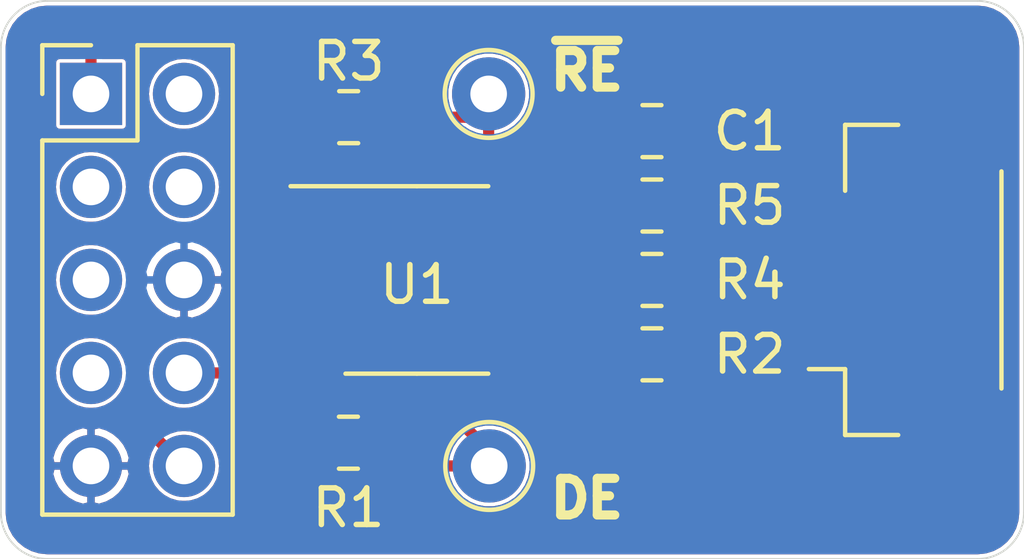
<source format=kicad_pcb>
(kicad_pcb (version 20171130) (host pcbnew "(5.1.4)-1")

  (general
    (thickness 1.6)
    (drawings 11)
    (tracks 74)
    (zones 0)
    (modules 11)
    (nets 14)
  )

  (page A4)
  (layers
    (0 F.Cu signal hide)
    (31 B.Cu signal hide)
    (32 B.Adhes user hide)
    (33 F.Adhes user hide)
    (34 B.Paste user)
    (35 F.Paste user)
    (36 B.SilkS user)
    (37 F.SilkS user)
    (38 B.Mask user)
    (39 F.Mask user)
    (40 Dwgs.User user hide)
    (41 Cmts.User user hide)
    (42 Eco1.User user hide)
    (43 Eco2.User user hide)
    (44 Edge.Cuts user)
    (45 Margin user hide)
    (46 B.CrtYd user)
    (47 F.CrtYd user)
    (48 B.Fab user hide)
    (49 F.Fab user hide)
  )

  (setup
    (last_trace_width 0.25)
    (user_trace_width 0.1016)
    (user_trace_width 0.1524)
    (user_trace_width 0.3048)
    (user_trace_width 0.508)
    (trace_clearance 0.0889)
    (zone_clearance 0.1016)
    (zone_45_only yes)
    (trace_min 0.0889)
    (via_size 0.8)
    (via_drill 0.4)
    (via_min_size 0.45)
    (via_min_drill 0.2)
    (user_via 0.4572 0.2286)
    (uvia_size 0.3)
    (uvia_drill 0.1)
    (uvias_allowed no)
    (uvia_min_size 0.2)
    (uvia_min_drill 0.1)
    (edge_width 0.05)
    (segment_width 0.2)
    (pcb_text_width 0.3)
    (pcb_text_size 1.5 1.5)
    (mod_edge_width 0.12)
    (mod_text_size 1 1)
    (mod_text_width 0.15)
    (pad_size 3.45 3.45)
    (pad_drill 0)
    (pad_to_mask_clearance 0.051)
    (solder_mask_min_width 0.25)
    (aux_axis_origin 0 0)
    (visible_elements 7FFFF7FF)
    (pcbplotparams
      (layerselection 0x010fc_ffffffff)
      (usegerberextensions false)
      (usegerberattributes false)
      (usegerberadvancedattributes true)
      (creategerberjobfile false)
      (excludeedgelayer false)
      (linewidth 0.150000)
      (plotframeref false)
      (viasonmask false)
      (mode 1)
      (useauxorigin true)
      (hpglpennumber 1)
      (hpglpenspeed 20)
      (hpglpendiameter 15.000000)
      (psnegative false)
      (psa4output false)
      (plotreference true)
      (plotvalue false)
      (plotinvisibletext false)
      (padsonsilk false)
      (subtractmaskfromsilk true)
      (outputformat 1)
      (mirror false)
      (drillshape 0)
      (scaleselection 1)
      (outputdirectory "gerbers/"))
  )

  (net 0 "")
  (net 1 GND)
  (net 2 +3V3)
  (net 3 "Net-(J1-Pad5)")
  (net 4 "Net-(J1-Pad4)")
  (net 5 "Net-(J1-Pad3)")
  (net 6 "Net-(J1-Pad2)")
  (net 7 /DS+)
  (net 8 /DS-)
  (net 9 /DE)
  (net 10 /~RE)
  (net 11 /TxD)
  (net 12 /RxD)
  (net 13 "Net-(J1-Pad7)")

  (net_class Default "This is the default net class."
    (clearance 0.0889)
    (trace_width 0.25)
    (via_dia 0.8)
    (via_drill 0.4)
    (uvia_dia 0.3)
    (uvia_drill 0.1)
    (add_net +3V3)
    (add_net /DE)
    (add_net /DS+)
    (add_net /DS-)
    (add_net /RxD)
    (add_net /TxD)
    (add_net /~RE)
    (add_net GND)
    (add_net "Net-(J1-Pad2)")
    (add_net "Net-(J1-Pad3)")
    (add_net "Net-(J1-Pad4)")
    (add_net "Net-(J1-Pad5)")
    (add_net "Net-(J1-Pad7)")
  )

  (module Resistor_SMD:R_0805_2012Metric (layer F.Cu) (tedit 5B36C52B) (tstamp 5E37CB50)
    (at 34.29 20.828)
    (descr "Resistor SMD 0805 (2012 Metric), square (rectangular) end terminal, IPC_7351 nominal, (Body size source: https://docs.google.com/spreadsheets/d/1BsfQQcO9C6DZCsRaXUlFlo91Tg2WpOkGARC1WS5S8t0/edit?usp=sharing), generated with kicad-footprint-generator")
    (tags resistor)
    (path /5E37E16C)
    (attr smd)
    (fp_text reference R5 (at 2.667 0) (layer F.SilkS)
      (effects (font (size 1 1) (thickness 0.15)))
    )
    (fp_text value Rb (at 0 1.65) (layer F.Fab)
      (effects (font (size 1 1) (thickness 0.15)))
    )
    (fp_text user %R (at 0 0) (layer F.Fab)
      (effects (font (size 0.5 0.5) (thickness 0.08)))
    )
    (fp_line (start 1.68 0.95) (end -1.68 0.95) (layer F.CrtYd) (width 0.05))
    (fp_line (start 1.68 -0.95) (end 1.68 0.95) (layer F.CrtYd) (width 0.05))
    (fp_line (start -1.68 -0.95) (end 1.68 -0.95) (layer F.CrtYd) (width 0.05))
    (fp_line (start -1.68 0.95) (end -1.68 -0.95) (layer F.CrtYd) (width 0.05))
    (fp_line (start -0.258578 0.71) (end 0.258578 0.71) (layer F.SilkS) (width 0.12))
    (fp_line (start -0.258578 -0.71) (end 0.258578 -0.71) (layer F.SilkS) (width 0.12))
    (fp_line (start 1 0.6) (end -1 0.6) (layer F.Fab) (width 0.1))
    (fp_line (start 1 -0.6) (end 1 0.6) (layer F.Fab) (width 0.1))
    (fp_line (start -1 -0.6) (end 1 -0.6) (layer F.Fab) (width 0.1))
    (fp_line (start -1 0.6) (end -1 -0.6) (layer F.Fab) (width 0.1))
    (pad 2 smd roundrect (at 0.9375 0) (size 0.975 1.4) (layers F.Cu F.Paste F.Mask) (roundrect_rratio 0.25)
      (net 1 GND))
    (pad 1 smd roundrect (at -0.9375 0) (size 0.975 1.4) (layers F.Cu F.Paste F.Mask) (roundrect_rratio 0.25)
      (net 8 /DS-))
    (model ${KISYS3DMOD}/Resistor_SMD.3dshapes/R_0805_2012Metric.wrl
      (at (xyz 0 0 0))
      (scale (xyz 1 1 1))
      (rotate (xyz 0 0 0))
    )
  )

  (module Resistor_SMD:R_0805_2012Metric (layer F.Cu) (tedit 5B36C52B) (tstamp 5E37CB80)
    (at 34.29 22.86)
    (descr "Resistor SMD 0805 (2012 Metric), square (rectangular) end terminal, IPC_7351 nominal, (Body size source: https://docs.google.com/spreadsheets/d/1BsfQQcO9C6DZCsRaXUlFlo91Tg2WpOkGARC1WS5S8t0/edit?usp=sharing), generated with kicad-footprint-generator")
    (tags resistor)
    (path /5E37DAB8)
    (attr smd)
    (fp_text reference R4 (at 2.667 0) (layer F.SilkS)
      (effects (font (size 1 1) (thickness 0.15)))
    )
    (fp_text value Rt (at 0 1.65) (layer F.Fab)
      (effects (font (size 1 1) (thickness 0.15)))
    )
    (fp_text user %R (at 0 0) (layer F.Fab)
      (effects (font (size 0.5 0.5) (thickness 0.08)))
    )
    (fp_line (start 1.68 0.95) (end -1.68 0.95) (layer F.CrtYd) (width 0.05))
    (fp_line (start 1.68 -0.95) (end 1.68 0.95) (layer F.CrtYd) (width 0.05))
    (fp_line (start -1.68 -0.95) (end 1.68 -0.95) (layer F.CrtYd) (width 0.05))
    (fp_line (start -1.68 0.95) (end -1.68 -0.95) (layer F.CrtYd) (width 0.05))
    (fp_line (start -0.258578 0.71) (end 0.258578 0.71) (layer F.SilkS) (width 0.12))
    (fp_line (start -0.258578 -0.71) (end 0.258578 -0.71) (layer F.SilkS) (width 0.12))
    (fp_line (start 1 0.6) (end -1 0.6) (layer F.Fab) (width 0.1))
    (fp_line (start 1 -0.6) (end 1 0.6) (layer F.Fab) (width 0.1))
    (fp_line (start -1 -0.6) (end 1 -0.6) (layer F.Fab) (width 0.1))
    (fp_line (start -1 0.6) (end -1 -0.6) (layer F.Fab) (width 0.1))
    (pad 2 smd roundrect (at 0.9375 0) (size 0.975 1.4) (layers F.Cu F.Paste F.Mask) (roundrect_rratio 0.25)
      (net 8 /DS-))
    (pad 1 smd roundrect (at -0.9375 0) (size 0.975 1.4) (layers F.Cu F.Paste F.Mask) (roundrect_rratio 0.25)
      (net 7 /DS+))
    (model ${KISYS3DMOD}/Resistor_SMD.3dshapes/R_0805_2012Metric.wrl
      (at (xyz 0 0 0))
      (scale (xyz 1 1 1))
      (rotate (xyz 0 0 0))
    )
  )

  (module Resistor_SMD:R_0805_2012Metric (layer F.Cu) (tedit 5B36C52B) (tstamp 5E37C7A4)
    (at 34.29 24.892)
    (descr "Resistor SMD 0805 (2012 Metric), square (rectangular) end terminal, IPC_7351 nominal, (Body size source: https://docs.google.com/spreadsheets/d/1BsfQQcO9C6DZCsRaXUlFlo91Tg2WpOkGARC1WS5S8t0/edit?usp=sharing), generated with kicad-footprint-generator")
    (tags resistor)
    (path /5E37DD28)
    (attr smd)
    (fp_text reference R2 (at 2.667 0) (layer F.SilkS)
      (effects (font (size 1 1) (thickness 0.15)))
    )
    (fp_text value Rb (at 0 1.65) (layer F.Fab)
      (effects (font (size 1 1) (thickness 0.15)))
    )
    (fp_text user %R (at 0 0) (layer F.Fab)
      (effects (font (size 0.5 0.5) (thickness 0.08)))
    )
    (fp_line (start 1.68 0.95) (end -1.68 0.95) (layer F.CrtYd) (width 0.05))
    (fp_line (start 1.68 -0.95) (end 1.68 0.95) (layer F.CrtYd) (width 0.05))
    (fp_line (start -1.68 -0.95) (end 1.68 -0.95) (layer F.CrtYd) (width 0.05))
    (fp_line (start -1.68 0.95) (end -1.68 -0.95) (layer F.CrtYd) (width 0.05))
    (fp_line (start -0.258578 0.71) (end 0.258578 0.71) (layer F.SilkS) (width 0.12))
    (fp_line (start -0.258578 -0.71) (end 0.258578 -0.71) (layer F.SilkS) (width 0.12))
    (fp_line (start 1 0.6) (end -1 0.6) (layer F.Fab) (width 0.1))
    (fp_line (start 1 -0.6) (end 1 0.6) (layer F.Fab) (width 0.1))
    (fp_line (start -1 -0.6) (end 1 -0.6) (layer F.Fab) (width 0.1))
    (fp_line (start -1 0.6) (end -1 -0.6) (layer F.Fab) (width 0.1))
    (pad 2 smd roundrect (at 0.9375 0) (size 0.975 1.4) (layers F.Cu F.Paste F.Mask) (roundrect_rratio 0.25)
      (net 7 /DS+))
    (pad 1 smd roundrect (at -0.9375 0) (size 0.975 1.4) (layers F.Cu F.Paste F.Mask) (roundrect_rratio 0.25)
      (net 2 +3V3))
    (model ${KISYS3DMOD}/Resistor_SMD.3dshapes/R_0805_2012Metric.wrl
      (at (xyz 0 0 0))
      (scale (xyz 1 1 1))
      (rotate (xyz 0 0 0))
    )
  )

  (module TestPoint:TestPoint_THTPad_D2.0mm_Drill1.0mm (layer F.Cu) (tedit 5A0F774F) (tstamp 5E37C270)
    (at 29.845 27.94)
    (descr "THT pad as test Point, diameter 2.0mm, hole diameter 1.0mm")
    (tags "test point THT pad")
    (path /5E399CF3)
    (attr virtual)
    (fp_text reference TP2 (at 0 -1.998) (layer F.SilkS) hide
      (effects (font (size 1 1) (thickness 0.15)))
    )
    (fp_text value DE (at 0 2.05) (layer F.Fab)
      (effects (font (size 1 1) (thickness 0.15)))
    )
    (fp_circle (center 0 0) (end 0 1.2) (layer F.SilkS) (width 0.12))
    (fp_circle (center 0 0) (end 1.5 0) (layer F.CrtYd) (width 0.05))
    (fp_text user %R (at 0 -2) (layer F.Fab)
      (effects (font (size 1 1) (thickness 0.15)))
    )
    (pad 1 thru_hole circle (at 0 0) (size 2 2) (drill 1) (layers *.Cu *.Mask)
      (net 9 /DE))
  )

  (module TestPoint:TestPoint_THTPad_D2.0mm_Drill1.0mm (layer F.Cu) (tedit 5A0F774F) (tstamp 5E37C268)
    (at 29.83 17.78)
    (descr "THT pad as test Point, diameter 2.0mm, hole diameter 1.0mm")
    (tags "test point THT pad")
    (path /5E39A66C)
    (attr virtual)
    (fp_text reference TP1 (at 0 -1.998) (layer F.SilkS) hide
      (effects (font (size 1 1) (thickness 0.15)))
    )
    (fp_text value ~RE (at 0 2.05) (layer F.Fab)
      (effects (font (size 1 1) (thickness 0.15)))
    )
    (fp_circle (center 0 0) (end 0 1.2) (layer F.SilkS) (width 0.12))
    (fp_circle (center 0 0) (end 1.5 0) (layer F.CrtYd) (width 0.05))
    (fp_text user %R (at 0 -2) (layer F.Fab)
      (effects (font (size 1 1) (thickness 0.15)))
    )
    (pad 1 thru_hole circle (at 0 0) (size 2 2) (drill 1) (layers *.Cu *.Mask)
      (net 10 /~RE))
  )

  (module Connector_PinHeader_2.54mm:PinHeader_2x05_P2.54mm_Vertical (layer F.Cu) (tedit 59FED5CC) (tstamp 5E381DF4)
    (at 18.97 17.78)
    (descr "Through hole straight pin header, 2x05, 2.54mm pitch, double rows")
    (tags "Through hole pin header THT 2x05 2.54mm double row")
    (path /5E385594)
    (fp_text reference J1 (at 1.27 -2.33) (layer F.SilkS) hide
      (effects (font (size 1 1) (thickness 0.15)))
    )
    (fp_text value RPi (at 1.27 12.49) (layer F.Fab)
      (effects (font (size 1 1) (thickness 0.15)))
    )
    (fp_text user %R (at 1.27 5.08 90) (layer F.Fab)
      (effects (font (size 1 1) (thickness 0.15)))
    )
    (fp_line (start 4.35 -1.8) (end -1.8 -1.8) (layer F.CrtYd) (width 0.05))
    (fp_line (start 4.35 11.95) (end 4.35 -1.8) (layer F.CrtYd) (width 0.05))
    (fp_line (start -1.8 11.95) (end 4.35 11.95) (layer F.CrtYd) (width 0.05))
    (fp_line (start -1.8 -1.8) (end -1.8 11.95) (layer F.CrtYd) (width 0.05))
    (fp_line (start -1.33 -1.33) (end 0 -1.33) (layer F.SilkS) (width 0.12))
    (fp_line (start -1.33 0) (end -1.33 -1.33) (layer F.SilkS) (width 0.12))
    (fp_line (start 1.27 -1.33) (end 3.87 -1.33) (layer F.SilkS) (width 0.12))
    (fp_line (start 1.27 1.27) (end 1.27 -1.33) (layer F.SilkS) (width 0.12))
    (fp_line (start -1.33 1.27) (end 1.27 1.27) (layer F.SilkS) (width 0.12))
    (fp_line (start 3.87 -1.33) (end 3.87 11.49) (layer F.SilkS) (width 0.12))
    (fp_line (start -1.33 1.27) (end -1.33 11.49) (layer F.SilkS) (width 0.12))
    (fp_line (start -1.33 11.49) (end 3.87 11.49) (layer F.SilkS) (width 0.12))
    (fp_line (start -1.27 0) (end 0 -1.27) (layer F.Fab) (width 0.1))
    (fp_line (start -1.27 11.43) (end -1.27 0) (layer F.Fab) (width 0.1))
    (fp_line (start 3.81 11.43) (end -1.27 11.43) (layer F.Fab) (width 0.1))
    (fp_line (start 3.81 -1.27) (end 3.81 11.43) (layer F.Fab) (width 0.1))
    (fp_line (start 0 -1.27) (end 3.81 -1.27) (layer F.Fab) (width 0.1))
    (pad 10 thru_hole oval (at 2.54 10.16) (size 1.7 1.7) (drill 1) (layers *.Cu *.Mask)
      (net 12 /RxD))
    (pad 9 thru_hole oval (at 0 10.16) (size 1.7 1.7) (drill 1) (layers *.Cu *.Mask)
      (net 1 GND))
    (pad 8 thru_hole oval (at 2.54 7.62) (size 1.7 1.7) (drill 1) (layers *.Cu *.Mask)
      (net 11 /TxD))
    (pad 7 thru_hole oval (at 0 7.62) (size 1.7 1.7) (drill 1) (layers *.Cu *.Mask)
      (net 13 "Net-(J1-Pad7)"))
    (pad 6 thru_hole oval (at 2.54 5.08) (size 1.7 1.7) (drill 1) (layers *.Cu *.Mask)
      (net 1 GND))
    (pad 5 thru_hole oval (at 0 5.08) (size 1.7 1.7) (drill 1) (layers *.Cu *.Mask)
      (net 3 "Net-(J1-Pad5)"))
    (pad 4 thru_hole oval (at 2.54 2.54) (size 1.7 1.7) (drill 1) (layers *.Cu *.Mask)
      (net 4 "Net-(J1-Pad4)"))
    (pad 3 thru_hole oval (at 0 2.54) (size 1.7 1.7) (drill 1) (layers *.Cu *.Mask)
      (net 5 "Net-(J1-Pad3)"))
    (pad 2 thru_hole oval (at 2.54 0) (size 1.7 1.7) (drill 1) (layers *.Cu *.Mask)
      (net 6 "Net-(J1-Pad2)"))
    (pad 1 thru_hole rect (at 0 0) (size 1.7 1.7) (drill 1) (layers *.Cu *.Mask)
      (net 2 +3V3))
    (model ${KISYS3DMOD}/Connector_PinSocket_2.54mm.3dshapes/PinSocket_2x05_P2.54mm_Vertical.wrl
      (offset (xyz 0 0 -1.5))
      (scale (xyz 1 1 1))
      (rotate (xyz 0 180 0))
    )
  )

  (module Package_SO:SO-8_3.9x4.9mm_P1.27mm (layer F.Cu) (tedit 5C509AD1) (tstamp 5E37C28A)
    (at 27.87 22.86)
    (descr "SO, 8 Pin (https://www.nxp.com/docs/en/data-sheet/PCF8523.pdf), generated with kicad-footprint-generator ipc_gullwing_generator.py")
    (tags "SO SO")
    (path /5E389BDD)
    (attr smd)
    (fp_text reference U1 (at 0 0.127 180) (layer F.SilkS)
      (effects (font (size 1 1) (thickness 0.15)))
    )
    (fp_text value ISL83485 (at 0 3.4) (layer F.Fab)
      (effects (font (size 1 1) (thickness 0.15)))
    )
    (fp_line (start 0 2.56) (end 1.95 2.56) (layer F.SilkS) (width 0.12))
    (fp_line (start 0 2.56) (end -1.95 2.56) (layer F.SilkS) (width 0.12))
    (fp_line (start 0 -2.56) (end 1.95 -2.56) (layer F.SilkS) (width 0.12))
    (fp_line (start 0 -2.56) (end -3.45 -2.56) (layer F.SilkS) (width 0.12))
    (fp_line (start -0.975 -2.45) (end 1.95 -2.45) (layer F.Fab) (width 0.1))
    (fp_line (start 1.95 -2.45) (end 1.95 2.45) (layer F.Fab) (width 0.1))
    (fp_line (start 1.95 2.45) (end -1.95 2.45) (layer F.Fab) (width 0.1))
    (fp_line (start -1.95 2.45) (end -1.95 -1.475) (layer F.Fab) (width 0.1))
    (fp_line (start -1.95 -1.475) (end -0.975 -2.45) (layer F.Fab) (width 0.1))
    (fp_line (start -3.7 -2.7) (end -3.7 2.7) (layer F.CrtYd) (width 0.05))
    (fp_line (start -3.7 2.7) (end 3.7 2.7) (layer F.CrtYd) (width 0.05))
    (fp_line (start 3.7 2.7) (end 3.7 -2.7) (layer F.CrtYd) (width 0.05))
    (fp_line (start 3.7 -2.7) (end -3.7 -2.7) (layer F.CrtYd) (width 0.05))
    (fp_text user %R (at 0 0) (layer F.Fab)
      (effects (font (size 0.98 0.98) (thickness 0.15)))
    )
    (pad 1 smd roundrect (at -2.575 -1.905) (size 1.75 0.6) (layers F.Cu F.Paste F.Mask) (roundrect_rratio 0.25)
      (net 12 /RxD))
    (pad 2 smd roundrect (at -2.575 -0.635) (size 1.75 0.6) (layers F.Cu F.Paste F.Mask) (roundrect_rratio 0.25)
      (net 10 /~RE))
    (pad 3 smd roundrect (at -2.575 0.635) (size 1.75 0.6) (layers F.Cu F.Paste F.Mask) (roundrect_rratio 0.25)
      (net 9 /DE))
    (pad 4 smd roundrect (at -2.575 1.905) (size 1.75 0.6) (layers F.Cu F.Paste F.Mask) (roundrect_rratio 0.25)
      (net 11 /TxD))
    (pad 5 smd roundrect (at 2.575 1.905) (size 1.75 0.6) (layers F.Cu F.Paste F.Mask) (roundrect_rratio 0.25)
      (net 1 GND))
    (pad 6 smd roundrect (at 2.575 0.635) (size 1.75 0.6) (layers F.Cu F.Paste F.Mask) (roundrect_rratio 0.25)
      (net 7 /DS+))
    (pad 7 smd roundrect (at 2.575 -0.635) (size 1.75 0.6) (layers F.Cu F.Paste F.Mask) (roundrect_rratio 0.25)
      (net 8 /DS-))
    (pad 8 smd roundrect (at 2.575 -1.905) (size 1.75 0.6) (layers F.Cu F.Paste F.Mask) (roundrect_rratio 0.25)
      (net 2 +3V3))
    (model ${KISYS3DMOD}/Package_SO.3dshapes/HSOP-8-1EP_3.9x4.9mm_P1.27mm_EP2.41x3.1mm.wrl
      (at (xyz 0 0 0))
      (scale (xyz 1 1 1))
      (rotate (xyz 0 0 0))
    )
  )

  (module Resistor_SMD:R_0805_2012Metric (layer F.Cu) (tedit 5B36C52B) (tstamp 5E37C260)
    (at 26.0075 18.415 180)
    (descr "Resistor SMD 0805 (2012 Metric), square (rectangular) end terminal, IPC_7351 nominal, (Body size source: https://docs.google.com/spreadsheets/d/1BsfQQcO9C6DZCsRaXUlFlo91Tg2WpOkGARC1WS5S8t0/edit?usp=sharing), generated with kicad-footprint-generator")
    (tags resistor)
    (path /5E394C70)
    (attr smd)
    (fp_text reference R3 (at 0 1.524) (layer F.SilkS)
      (effects (font (size 1 1) (thickness 0.15)))
    )
    (fp_text value 4k7 (at 0 1.65) (layer F.Fab)
      (effects (font (size 1 1) (thickness 0.15)))
    )
    (fp_text user %R (at 0 0) (layer F.Fab)
      (effects (font (size 0.5 0.5) (thickness 0.08)))
    )
    (fp_line (start 1.68 0.95) (end -1.68 0.95) (layer F.CrtYd) (width 0.05))
    (fp_line (start 1.68 -0.95) (end 1.68 0.95) (layer F.CrtYd) (width 0.05))
    (fp_line (start -1.68 -0.95) (end 1.68 -0.95) (layer F.CrtYd) (width 0.05))
    (fp_line (start -1.68 0.95) (end -1.68 -0.95) (layer F.CrtYd) (width 0.05))
    (fp_line (start -0.258578 0.71) (end 0.258578 0.71) (layer F.SilkS) (width 0.12))
    (fp_line (start -0.258578 -0.71) (end 0.258578 -0.71) (layer F.SilkS) (width 0.12))
    (fp_line (start 1 0.6) (end -1 0.6) (layer F.Fab) (width 0.1))
    (fp_line (start 1 -0.6) (end 1 0.6) (layer F.Fab) (width 0.1))
    (fp_line (start -1 -0.6) (end 1 -0.6) (layer F.Fab) (width 0.1))
    (fp_line (start -1 0.6) (end -1 -0.6) (layer F.Fab) (width 0.1))
    (pad 2 smd roundrect (at 0.9375 0 180) (size 0.975 1.4) (layers F.Cu F.Paste F.Mask) (roundrect_rratio 0.25)
      (net 1 GND))
    (pad 1 smd roundrect (at -0.9375 0 180) (size 0.975 1.4) (layers F.Cu F.Paste F.Mask) (roundrect_rratio 0.25)
      (net 10 /~RE))
    (model ${KISYS3DMOD}/Resistor_SMD.3dshapes/R_0805_2012Metric.wrl
      (at (xyz 0 0 0))
      (scale (xyz 1 1 1))
      (rotate (xyz 0 0 0))
    )
  )

  (module Resistor_SMD:R_0805_2012Metric (layer F.Cu) (tedit 5B36C52B) (tstamp 5E37C23E)
    (at 26 27.305)
    (descr "Resistor SMD 0805 (2012 Metric), square (rectangular) end terminal, IPC_7351 nominal, (Body size source: https://docs.google.com/spreadsheets/d/1BsfQQcO9C6DZCsRaXUlFlo91Tg2WpOkGARC1WS5S8t0/edit?usp=sharing), generated with kicad-footprint-generator")
    (tags resistor)
    (path /5E3960A0)
    (attr smd)
    (fp_text reference R1 (at 0 1.778) (layer F.SilkS)
      (effects (font (size 1 1) (thickness 0.15)))
    )
    (fp_text value 4k7 (at 0 1.65) (layer F.Fab)
      (effects (font (size 1 1) (thickness 0.15)))
    )
    (fp_text user %R (at 0 0) (layer F.Fab)
      (effects (font (size 0.5 0.5) (thickness 0.08)))
    )
    (fp_line (start 1.68 0.95) (end -1.68 0.95) (layer F.CrtYd) (width 0.05))
    (fp_line (start 1.68 -0.95) (end 1.68 0.95) (layer F.CrtYd) (width 0.05))
    (fp_line (start -1.68 -0.95) (end 1.68 -0.95) (layer F.CrtYd) (width 0.05))
    (fp_line (start -1.68 0.95) (end -1.68 -0.95) (layer F.CrtYd) (width 0.05))
    (fp_line (start -0.258578 0.71) (end 0.258578 0.71) (layer F.SilkS) (width 0.12))
    (fp_line (start -0.258578 -0.71) (end 0.258578 -0.71) (layer F.SilkS) (width 0.12))
    (fp_line (start 1 0.6) (end -1 0.6) (layer F.Fab) (width 0.1))
    (fp_line (start 1 -0.6) (end 1 0.6) (layer F.Fab) (width 0.1))
    (fp_line (start -1 -0.6) (end 1 -0.6) (layer F.Fab) (width 0.1))
    (fp_line (start -1 0.6) (end -1 -0.6) (layer F.Fab) (width 0.1))
    (pad 2 smd roundrect (at 0.9375 0) (size 0.975 1.4) (layers F.Cu F.Paste F.Mask) (roundrect_rratio 0.25)
      (net 9 /DE))
    (pad 1 smd roundrect (at -0.9375 0) (size 0.975 1.4) (layers F.Cu F.Paste F.Mask) (roundrect_rratio 0.25)
      (net 2 +3V3))
    (model ${KISYS3DMOD}/Resistor_SMD.3dshapes/R_0805_2012Metric.wrl
      (at (xyz 0 0 0))
      (scale (xyz 1 1 1))
      (rotate (xyz 0 0 0))
    )
  )

  (module Connector_JST:JST_GH_SM04B-GHS-TB_1x04-1MP_P1.25mm_Horizontal (layer F.Cu) (tedit 5B78AD87) (tstamp 5E37C93B)
    (at 41.275 22.86 90)
    (descr "JST GH series connector, SM04B-GHS-TB (http://www.jst-mfg.com/product/pdf/eng/eGH.pdf), generated with kicad-footprint-generator")
    (tags "connector JST GH top entry")
    (path /5E3A86AC)
    (attr smd)
    (fp_text reference J2 (at -3.81 -3.175 90) (layer F.SilkS) hide
      (effects (font (size 1 1) (thickness 0.15)))
    )
    (fp_text value JST-GH (at 0 3.9 90) (layer F.Fab)
      (effects (font (size 1 1) (thickness 0.15)))
    )
    (fp_text user %R (at 0 0 90) (layer F.Fab)
      (effects (font (size 1 1) (thickness 0.15)))
    )
    (fp_line (start -1.875 -0.892893) (end -1.375 -1.6) (layer F.Fab) (width 0.1))
    (fp_line (start -2.375 -1.6) (end -1.875 -0.892893) (layer F.Fab) (width 0.1))
    (fp_line (start 4.72 -3.2) (end -4.72 -3.2) (layer F.CrtYd) (width 0.05))
    (fp_line (start 4.72 3.2) (end 4.72 -3.2) (layer F.CrtYd) (width 0.05))
    (fp_line (start -4.72 3.2) (end 4.72 3.2) (layer F.CrtYd) (width 0.05))
    (fp_line (start -4.72 -3.2) (end -4.72 3.2) (layer F.CrtYd) (width 0.05))
    (fp_line (start 4.125 -1.6) (end 4.125 2.45) (layer F.Fab) (width 0.1))
    (fp_line (start -4.125 -1.6) (end -4.125 2.45) (layer F.Fab) (width 0.1))
    (fp_line (start -4.125 2.45) (end 4.125 2.45) (layer F.Fab) (width 0.1))
    (fp_line (start -2.965 2.56) (end 2.965 2.56) (layer F.SilkS) (width 0.12))
    (fp_line (start 4.235 -1.71) (end 2.435 -1.71) (layer F.SilkS) (width 0.12))
    (fp_line (start 4.235 -0.26) (end 4.235 -1.71) (layer F.SilkS) (width 0.12))
    (fp_line (start -2.435 -1.71) (end -2.435 -2.7) (layer F.SilkS) (width 0.12))
    (fp_line (start -4.235 -1.71) (end -2.435 -1.71) (layer F.SilkS) (width 0.12))
    (fp_line (start -4.235 -0.26) (end -4.235 -1.71) (layer F.SilkS) (width 0.12))
    (fp_line (start -4.125 -1.6) (end 4.125 -1.6) (layer F.Fab) (width 0.1))
    (pad MP smd roundrect (at 3.725 1.35 90) (size 1 2.7) (layers F.Cu F.Paste F.Mask) (roundrect_rratio 0.25))
    (pad MP smd roundrect (at -3.725 1.35 90) (size 1 2.7) (layers F.Cu F.Paste F.Mask) (roundrect_rratio 0.25))
    (pad 4 smd roundrect (at 1.875 -1.85 90) (size 0.6 1.7) (layers F.Cu F.Paste F.Mask) (roundrect_rratio 0.25)
      (net 7 /DS+))
    (pad 3 smd roundrect (at 0.625 -1.85 90) (size 0.6 1.7) (layers F.Cu F.Paste F.Mask) (roundrect_rratio 0.25)
      (net 8 /DS-))
    (pad 2 smd roundrect (at -0.625 -1.85 90) (size 0.6 1.7) (layers F.Cu F.Paste F.Mask) (roundrect_rratio 0.25)
      (net 8 /DS-))
    (pad 1 smd roundrect (at -1.875 -1.85 90) (size 0.6 1.7) (layers F.Cu F.Paste F.Mask) (roundrect_rratio 0.25)
      (net 7 /DS+))
    (model ${KISYS3DMOD}/Connector_JST.3dshapes/JST_GH_SM04B-GHS-TB_1x04-1MP_P1.25mm_Horizontal.wrl
      (at (xyz 0 0 0))
      (scale (xyz 1 1 1))
      (rotate (xyz 0 0 0))
    )
  )

  (module Capacitor_SMD:C_0805_2012Metric (layer F.Cu) (tedit 5B36C52B) (tstamp 5E37C1F9)
    (at 34.29 18.796)
    (descr "Capacitor SMD 0805 (2012 Metric), square (rectangular) end terminal, IPC_7351 nominal, (Body size source: https://docs.google.com/spreadsheets/d/1BsfQQcO9C6DZCsRaXUlFlo91Tg2WpOkGARC1WS5S8t0/edit?usp=sharing), generated with kicad-footprint-generator")
    (tags capacitor)
    (path /5E38C862)
    (attr smd)
    (fp_text reference C1 (at 2.667 0) (layer F.SilkS)
      (effects (font (size 1 1) (thickness 0.15)))
    )
    (fp_text value 0.1u (at 0 1.65) (layer F.Fab)
      (effects (font (size 1 1) (thickness 0.15)))
    )
    (fp_text user %R (at 0 0) (layer F.Fab)
      (effects (font (size 0.5 0.5) (thickness 0.08)))
    )
    (fp_line (start 1.68 0.95) (end -1.68 0.95) (layer F.CrtYd) (width 0.05))
    (fp_line (start 1.68 -0.95) (end 1.68 0.95) (layer F.CrtYd) (width 0.05))
    (fp_line (start -1.68 -0.95) (end 1.68 -0.95) (layer F.CrtYd) (width 0.05))
    (fp_line (start -1.68 0.95) (end -1.68 -0.95) (layer F.CrtYd) (width 0.05))
    (fp_line (start -0.258578 0.71) (end 0.258578 0.71) (layer F.SilkS) (width 0.12))
    (fp_line (start -0.258578 -0.71) (end 0.258578 -0.71) (layer F.SilkS) (width 0.12))
    (fp_line (start 1 0.6) (end -1 0.6) (layer F.Fab) (width 0.1))
    (fp_line (start 1 -0.6) (end 1 0.6) (layer F.Fab) (width 0.1))
    (fp_line (start -1 -0.6) (end 1 -0.6) (layer F.Fab) (width 0.1))
    (fp_line (start -1 0.6) (end -1 -0.6) (layer F.Fab) (width 0.1))
    (pad 2 smd roundrect (at 0.9375 0) (size 0.975 1.4) (layers F.Cu F.Paste F.Mask) (roundrect_rratio 0.25)
      (net 1 GND))
    (pad 1 smd roundrect (at -0.9375 0) (size 0.975 1.4) (layers F.Cu F.Paste F.Mask) (roundrect_rratio 0.25)
      (net 2 +3V3))
    (model ${KISYS3DMOD}/Capacitor_SMD.3dshapes/C_0805_2012Metric.wrl
      (at (xyz 0 0 0))
      (scale (xyz 1 1 1))
      (rotate (xyz 0 0 0))
    )
  )

  (gr_arc (start 43.18 29.21) (end 43.18 30.48) (angle -90) (layer Edge.Cuts) (width 0.05) (tstamp 5E461DF4))
  (gr_arc (start 17.78 29.21) (end 16.51 29.21) (angle -90) (layer Edge.Cuts) (width 0.05) (tstamp 5E461DF4))
  (gr_arc (start 17.78 16.51) (end 17.78 15.24) (angle -90) (layer Edge.Cuts) (width 0.05) (tstamp 5E461DF4))
  (gr_arc (start 43.18 16.51) (end 44.45 16.51) (angle -90) (layer Edge.Cuts) (width 0.05))
  (gr_text "rpi3<>isl83485\nfourside.io" (at 43.561 22.86) (layer B.Mask)
    (effects (font (size 1.5 1.5) (thickness 0.3)) (justify left mirror))
  )
  (gr_text ~RE (at 32.512 17.145) (layer F.SilkS)
    (effects (font (size 1 1) (thickness 0.25)))
  )
  (gr_text DE (at 32.512 28.829) (layer F.SilkS)
    (effects (font (size 1 1) (thickness 0.25)))
  )
  (gr_line (start 16.51 29.21) (end 16.51 16.51) (layer Edge.Cuts) (width 0.05) (tstamp 5E381A83))
  (gr_line (start 43.18 30.48) (end 17.78 30.48) (layer Edge.Cuts) (width 0.05))
  (gr_line (start 44.45 16.51) (end 44.45 29.21) (layer Edge.Cuts) (width 0.05))
  (gr_line (start 17.78 15.24) (end 43.18 15.24) (layer Edge.Cuts) (width 0.05))

  (segment (start 29.47 20.955) (end 30.445 20.955) (width 0.3048) (layer F.Cu) (net 2))
  (segment (start 28.7782 21.6468) (end 29.47 20.955) (width 0.3048) (layer F.Cu) (net 2))
  (segment (start 28.7782 25.2476) (end 28.7782 21.6468) (width 0.3048) (layer F.Cu) (net 2))
  (segment (start 29.5148 25.9842) (end 28.7782 25.2476) (width 0.3048) (layer F.Cu) (net 2))
  (segment (start 31.242 25.9842) (end 29.5148 25.9842) (width 0.3048) (layer F.Cu) (net 2))
  (segment (start 25.0625 27.305) (end 25.0625 28.105) (width 0.3048) (layer F.Cu) (net 2))
  (segment (start 26.8533 29.8958) (end 31.0388 29.8958) (width 0.3048) (layer F.Cu) (net 2))
  (segment (start 31.0388 29.8958) (end 32.1056 28.829) (width 0.3048) (layer F.Cu) (net 2))
  (segment (start 32.1056 28.829) (end 32.1056 26.8478) (width 0.3048) (layer F.Cu) (net 2))
  (segment (start 25.0625 28.105) (end 26.8533 29.8958) (width 0.3048) (layer F.Cu) (net 2))
  (segment (start 32.1056 26.8478) (end 31.242 25.9842) (width 0.3048) (layer F.Cu) (net 2))
  (segment (start 32.1056 26.1389) (end 32.1056 26.8478) (width 0.3048) (layer F.Cu) (net 2))
  (segment (start 33.3525 24.892) (end 32.1056 26.1389) (width 0.3048) (layer F.Cu) (net 2))
  (segment (start 33.3525 17.3505) (end 33.3525 18.796) (width 0.3048) (layer F.Cu) (net 2))
  (segment (start 32.004 16.002) (end 33.3525 17.3505) (width 0.3048) (layer F.Cu) (net 2))
  (segment (start 19.5932 16.002) (end 32.004 16.002) (width 0.3048) (layer F.Cu) (net 2))
  (segment (start 18.97 17.78) (end 18.97 16.6252) (width 0.3048) (layer F.Cu) (net 2))
  (segment (start 18.97 16.6252) (end 19.5932 16.002) (width 0.3048) (layer F.Cu) (net 2))
  (segment (start 32.604 18.796) (end 33.3525 18.796) (width 0.3048) (layer F.Cu) (net 2))
  (segment (start 30.445 20.955) (end 32.604 18.796) (width 0.3048) (layer F.Cu) (net 2))
  (segment (start 40.4287 20.985) (end 39.425 20.985) (width 0.1524) (layer F.Cu) (net 7) (tstamp 5E37C985))
  (segment (start 41.148 21.7043) (end 40.4287 20.985) (width 0.1524) (layer F.Cu) (net 7) (tstamp 5E37C99A))
  (segment (start 41.148 24.0665) (end 41.148 21.7043) (width 0.1524) (layer F.Cu) (net 7) (tstamp 5E37C997))
  (segment (start 40.4749 24.7396) (end 41.148 24.0665) (width 0.1524) (layer F.Cu) (net 7) (tstamp 5E37C97C))
  (segment (start 39.425 24.735) (end 39.4296 24.7396) (width 0.1524) (layer F.Cu) (net 7) (tstamp 5E37C982))
  (segment (start 39.4296 24.7396) (end 40.4749 24.7396) (width 0.1524) (layer F.Cu) (net 7) (tstamp 5E37C973))
  (segment (start 31.08 22.86) (end 33.3525 22.86) (width 0.1524) (layer F.Cu) (net 7))
  (segment (start 30.445 23.495) (end 31.08 22.86) (width 0.1524) (layer F.Cu) (net 7))
  (segment (start 37.435 24.735) (end 39.425 24.735) (width 0.1524) (layer F.Cu) (net 7))
  (segment (start 36.576 23.876) (end 37.435 24.735) (width 0.1524) (layer F.Cu) (net 7))
  (segment (start 33.3525 22.86) (end 34.3685 23.876) (width 0.1524) (layer F.Cu) (net 7))
  (segment (start 34.3685 23.876) (end 36.576 23.876) (width 0.1524) (layer F.Cu) (net 7))
  (segment (start 35.2275 24.4325) (end 35.2275 24.892) (width 0.1524) (layer F.Cu) (net 7))
  (segment (start 34.3685 23.876) (end 34.671 23.876) (width 0.1524) (layer F.Cu) (net 7))
  (segment (start 34.671 23.876) (end 35.2275 24.4325) (width 0.1524) (layer F.Cu) (net 7))
  (segment (start 38.2016 23.3172) (end 38.3694 23.485) (width 0.1524) (layer F.Cu) (net 8) (tstamp 5E37C994))
  (segment (start 38.2016 22.9997) (end 38.2016 23.3172) (width 0.1524) (layer F.Cu) (net 8) (tstamp 5E37C979))
  (segment (start 38.3694 23.485) (end 39.425 23.485) (width 0.1524) (layer F.Cu) (net 8) (tstamp 5E37C991))
  (segment (start 40.5865 22.235) (end 40.7924 22.4409) (width 0.1524) (layer F.Cu) (net 8) (tstamp 5E37C970))
  (segment (start 39.425 22.235) (end 40.5865 22.235) (width 0.1524) (layer F.Cu) (net 8) (tstamp 5E37C98E))
  (segment (start 40.7924 22.4409) (end 40.7924 22.6314) (width 0.1524) (layer F.Cu) (net 8) (tstamp 5E37C976))
  (segment (start 40.7924 22.6314) (end 40.5384 22.8854) (width 0.1524) (layer F.Cu) (net 8) (tstamp 5E37C988))
  (segment (start 40.5384 22.8854) (end 38.3159 22.8854) (width 0.1524) (layer F.Cu) (net 8) (tstamp 5E37C97F))
  (segment (start 38.3159 22.8854) (end 38.2016 22.9997) (width 0.1524) (layer F.Cu) (net 8) (tstamp 5E37C98B))
  (segment (start 34.671263 22.303763) (end 35.2275 22.86) (width 0.1524) (layer F.Cu) (net 8))
  (segment (start 34.22179 21.85429) (end 34.671263 22.303763) (width 0.1524) (layer F.Cu) (net 8))
  (segment (start 30.445 22.225) (end 30.81571 21.85429) (width 0.1524) (layer F.Cu) (net 8))
  (segment (start 37.709 22.235) (end 39.425 22.235) (width 0.1524) (layer F.Cu) (net 8))
  (segment (start 35.2275 22.86) (end 37.084 22.86) (width 0.1524) (layer F.Cu) (net 8))
  (segment (start 37.084 22.86) (end 37.709 22.235) (width 0.1524) (layer F.Cu) (net 8))
  (segment (start 33.51771 21.85429) (end 34.22179 21.85429) (width 0.1524) (layer F.Cu) (net 8))
  (segment (start 30.81571 21.85429) (end 33.51771 21.85429) (width 0.1524) (layer F.Cu) (net 8))
  (segment (start 33.3525 21.68908) (end 33.3525 20.828) (width 0.1524) (layer F.Cu) (net 8))
  (segment (start 33.51771 21.85429) (end 33.3525 21.68908) (width 0.1524) (layer F.Cu) (net 8))
  (segment (start 27.5725 27.94) (end 26.9375 27.305) (width 0.3048) (layer F.Cu) (net 9))
  (segment (start 29.845 27.94) (end 27.5725 27.94) (width 0.3048) (layer F.Cu) (net 9))
  (segment (start 29.845 27.5336) (end 29.845 27.94) (width 0.3048) (layer F.Cu) (net 9))
  (segment (start 25.781 23.4696) (end 29.845 27.5336) (width 0.3048) (layer F.Cu) (net 9))
  (segment (start 25.295 23.495) (end 25.3204 23.4696) (width 0.3048) (layer F.Cu) (net 9))
  (segment (start 25.3204 23.4696) (end 25.781 23.4696) (width 0.3048) (layer F.Cu) (net 9))
  (segment (start 25.295 22.225) (end 27.1907 22.225) (width 0.3048) (layer F.Cu) (net 10))
  (segment (start 29.83 19.5857) (end 29.83 17.78) (width 0.3048) (layer F.Cu) (net 10))
  (segment (start 27.1907 22.225) (end 29.83 19.5857) (width 0.3048) (layer F.Cu) (net 10))
  (segment (start 29.195 18.415) (end 29.83 17.78) (width 0.3048) (layer F.Cu) (net 10))
  (segment (start 26.945 18.415) (end 29.195 18.415) (width 0.3048) (layer F.Cu) (net 10))
  (segment (start 24.0284 24.765) (end 25.295 24.765) (width 0.3048) (layer F.Cu) (net 11))
  (segment (start 21.51 25.4) (end 23.3934 25.4) (width 0.3048) (layer F.Cu) (net 11))
  (segment (start 23.3934 25.4) (end 24.0284 24.765) (width 0.3048) (layer F.Cu) (net 11))
  (segment (start 24.0792 20.955) (end 25.295 20.955) (width 0.3048) (layer F.Cu) (net 12))
  (segment (start 23.4442 21.59) (end 24.0792 20.955) (width 0.3048) (layer F.Cu) (net 12))
  (segment (start 20.7518 21.59) (end 23.4442 21.59) (width 0.3048) (layer F.Cu) (net 12))
  (segment (start 20.2438 22.098) (end 20.7518 21.59) (width 0.3048) (layer F.Cu) (net 12))
  (segment (start 21.51 27.94) (end 20.2438 26.6738) (width 0.3048) (layer F.Cu) (net 12))
  (segment (start 20.2438 26.6738) (end 20.2438 22.098) (width 0.3048) (layer F.Cu) (net 12))

  (zone (net 1) (net_name GND) (layer F.Cu) (tstamp 5E5C6C5B) (hatch edge 0.508)
    (connect_pads (clearance 0.1016))
    (min_thickness 0.1016)
    (fill yes (arc_segments 32) (thermal_gap 0.2032) (thermal_bridge_width 0.2032))
    (polygon
      (pts
        (xy 16.51 15.24) (xy 44.45 15.24) (xy 44.45 30.48) (xy 16.51 30.48)
      )
    )
    (filled_polygon
      (pts
        (xy 43.392055 15.439043) (xy 43.596032 15.500627) (xy 43.784165 15.600659) (xy 43.949283 15.735326) (xy 44.0851 15.8995)
        (xy 44.186444 16.086931) (xy 44.249451 16.290473) (xy 44.2726 16.510724) (xy 44.272601 29.201317) (xy 44.250957 29.422055)
        (xy 44.189373 29.626032) (xy 44.089341 29.814165) (xy 43.954674 29.979283) (xy 43.7905 30.1151) (xy 43.603067 30.216445)
        (xy 43.399527 30.279451) (xy 43.179276 30.3026) (xy 17.788673 30.3026) (xy 17.567945 30.280957) (xy 17.363968 30.219373)
        (xy 17.175835 30.119341) (xy 17.010717 29.984674) (xy 16.8749 29.8205) (xy 16.773555 29.633067) (xy 16.710549 29.429527)
        (xy 16.6874 29.209276) (xy 16.6874 28.162695) (xy 17.888694 28.162695) (xy 17.947202 28.355577) (xy 18.04793 28.54713)
        (xy 18.184092 28.715351) (xy 18.350457 28.853776) (xy 18.54063 28.957085) (xy 18.747304 29.021308) (xy 18.9192 28.979333)
        (xy 18.9192 27.9908) (xy 19.0208 27.9908) (xy 19.0208 28.979333) (xy 19.192696 29.021308) (xy 19.39937 28.957085)
        (xy 19.589543 28.853776) (xy 19.755908 28.715351) (xy 19.89207 28.54713) (xy 19.992798 28.355577) (xy 20.051306 28.162695)
        (xy 20.009259 27.9908) (xy 19.0208 27.9908) (xy 18.9192 27.9908) (xy 17.930741 27.9908) (xy 17.888694 28.162695)
        (xy 16.6874 28.162695) (xy 16.6874 27.717305) (xy 17.888694 27.717305) (xy 17.930741 27.8892) (xy 18.9192 27.8892)
        (xy 18.9192 26.900667) (xy 19.0208 26.900667) (xy 19.0208 27.8892) (xy 20.009259 27.8892) (xy 20.051306 27.717305)
        (xy 19.992798 27.524423) (xy 19.89207 27.33287) (xy 19.755908 27.164649) (xy 19.589543 27.026224) (xy 19.39937 26.922915)
        (xy 19.192696 26.858692) (xy 19.0208 26.900667) (xy 18.9192 26.900667) (xy 18.747304 26.858692) (xy 18.54063 26.922915)
        (xy 18.350457 27.026224) (xy 18.184092 27.164649) (xy 18.04793 27.33287) (xy 17.947202 27.524423) (xy 17.888694 27.717305)
        (xy 16.6874 27.717305) (xy 16.6874 22.86) (xy 17.96275 22.86) (xy 17.982104 23.056505) (xy 18.039422 23.245458)
        (xy 18.132502 23.419598) (xy 18.257767 23.572233) (xy 18.410402 23.697498) (xy 18.584542 23.790578) (xy 18.773495 23.847896)
        (xy 18.920757 23.8624) (xy 19.019243 23.8624) (xy 19.166505 23.847896) (xy 19.355458 23.790578) (xy 19.529598 23.697498)
        (xy 19.682233 23.572233) (xy 19.807498 23.419598) (xy 19.900578 23.245458) (xy 19.939001 23.118794) (xy 19.939 25.141204)
        (xy 19.900578 25.014542) (xy 19.807498 24.840402) (xy 19.682233 24.687767) (xy 19.529598 24.562502) (xy 19.355458 24.469422)
        (xy 19.166505 24.412104) (xy 19.019243 24.3976) (xy 18.920757 24.3976) (xy 18.773495 24.412104) (xy 18.584542 24.469422)
        (xy 18.410402 24.562502) (xy 18.257767 24.687767) (xy 18.132502 24.840402) (xy 18.039422 25.014542) (xy 17.982104 25.203495)
        (xy 17.96275 25.4) (xy 17.982104 25.596505) (xy 18.039422 25.785458) (xy 18.132502 25.959598) (xy 18.257767 26.112233)
        (xy 18.410402 26.237498) (xy 18.584542 26.330578) (xy 18.773495 26.387896) (xy 18.920757 26.4024) (xy 19.019243 26.4024)
        (xy 19.166505 26.387896) (xy 19.355458 26.330578) (xy 19.529598 26.237498) (xy 19.682233 26.112233) (xy 19.807498 25.959598)
        (xy 19.900578 25.785458) (xy 19.939 25.658796) (xy 19.939 26.658842) (xy 19.937527 26.6738) (xy 19.939 26.688758)
        (xy 19.939 26.688765) (xy 19.943411 26.73355) (xy 19.96084 26.791005) (xy 19.989142 26.843956) (xy 20.027232 26.890368)
        (xy 20.038861 26.899912) (xy 20.619155 27.480207) (xy 20.579422 27.554542) (xy 20.522104 27.743495) (xy 20.50275 27.94)
        (xy 20.522104 28.136505) (xy 20.579422 28.325458) (xy 20.672502 28.499598) (xy 20.797767 28.652233) (xy 20.950402 28.777498)
        (xy 21.124542 28.870578) (xy 21.313495 28.927896) (xy 21.460757 28.9424) (xy 21.559243 28.9424) (xy 21.706505 28.927896)
        (xy 21.895458 28.870578) (xy 22.069598 28.777498) (xy 22.222233 28.652233) (xy 22.347498 28.499598) (xy 22.440578 28.325458)
        (xy 22.497896 28.136505) (xy 22.51725 27.94) (xy 22.497896 27.743495) (xy 22.440578 27.554542) (xy 22.347498 27.380402)
        (xy 22.222233 27.227767) (xy 22.069598 27.102502) (xy 21.895458 27.009422) (xy 21.706505 26.952104) (xy 21.559243 26.9376)
        (xy 21.460757 26.9376) (xy 21.313495 26.952104) (xy 21.124542 27.009422) (xy 21.050207 27.049155) (xy 20.5486 26.547549)
        (xy 20.5486 25.683851) (xy 20.579422 25.785458) (xy 20.672502 25.959598) (xy 20.797767 26.112233) (xy 20.950402 26.237498)
        (xy 21.124542 26.330578) (xy 21.313495 26.387896) (xy 21.460757 26.4024) (xy 21.559243 26.4024) (xy 21.706505 26.387896)
        (xy 21.895458 26.330578) (xy 22.069598 26.237498) (xy 22.222233 26.112233) (xy 22.347498 25.959598) (xy 22.440578 25.785458)
        (xy 22.465045 25.7048) (xy 23.378442 25.7048) (xy 23.3934 25.706273) (xy 23.408358 25.7048) (xy 23.408366 25.7048)
        (xy 23.453151 25.700389) (xy 23.510606 25.68296) (xy 23.563557 25.654658) (xy 23.609968 25.616568) (xy 23.619512 25.604939)
        (xy 24.154652 25.0698) (xy 24.310674 25.0698) (xy 24.317951 25.083414) (xy 24.35565 25.12935) (xy 24.401586 25.167049)
        (xy 24.453994 25.195062) (xy 24.510861 25.212312) (xy 24.57 25.218137) (xy 26.02 25.218137) (xy 26.079139 25.212312)
        (xy 26.136006 25.195062) (xy 26.188414 25.167049) (xy 26.23435 25.12935) (xy 26.272049 25.083414) (xy 26.300062 25.031006)
        (xy 26.317312 24.974139) (xy 26.323137 24.915) (xy 26.323137 24.615) (xy 26.317312 24.555861) (xy 26.300062 24.498994)
        (xy 26.272049 24.446586) (xy 26.23435 24.40065) (xy 26.188414 24.362951) (xy 26.136006 24.334938) (xy 26.079139 24.317688)
        (xy 26.02 24.311863) (xy 24.57 24.311863) (xy 24.510861 24.317688) (xy 24.453994 24.334938) (xy 24.401586 24.362951)
        (xy 24.35565 24.40065) (xy 24.317951 24.446586) (xy 24.310674 24.4602) (xy 24.043358 24.4602) (xy 24.0284 24.458727)
        (xy 24.013442 24.4602) (xy 24.013434 24.4602) (xy 23.968649 24.464611) (xy 23.911194 24.48204) (xy 23.858243 24.510342)
        (xy 23.811832 24.548432) (xy 23.802292 24.560056) (xy 23.267149 25.0952) (xy 22.465045 25.0952) (xy 22.440578 25.014542)
        (xy 22.347498 24.840402) (xy 22.222233 24.687767) (xy 22.069598 24.562502) (xy 21.895458 24.469422) (xy 21.706505 24.412104)
        (xy 21.559243 24.3976) (xy 21.460757 24.3976) (xy 21.313495 24.412104) (xy 21.124542 24.469422) (xy 20.950402 24.562502)
        (xy 20.797767 24.687767) (xy 20.672502 24.840402) (xy 20.579422 25.014542) (xy 20.5486 25.116149) (xy 20.5486 23.392337)
        (xy 20.58793 23.46713) (xy 20.724092 23.635351) (xy 20.890457 23.773776) (xy 21.08063 23.877085) (xy 21.287304 23.941308)
        (xy 21.4592 23.899333) (xy 21.4592 22.9108) (xy 21.5608 22.9108) (xy 21.5608 23.899333) (xy 21.732696 23.941308)
        (xy 21.93937 23.877085) (xy 22.129543 23.773776) (xy 22.295908 23.635351) (xy 22.43207 23.46713) (xy 22.496291 23.345)
        (xy 24.266863 23.345) (xy 24.266863 23.645) (xy 24.272688 23.704139) (xy 24.289938 23.761006) (xy 24.317951 23.813414)
        (xy 24.35565 23.85935) (xy 24.401586 23.897049) (xy 24.453994 23.925062) (xy 24.510861 23.942312) (xy 24.57 23.948137)
        (xy 25.828486 23.948137) (xy 29.017804 27.137456) (xy 28.949872 27.205388) (xy 28.823756 27.394134) (xy 28.736886 27.603857)
        (xy 28.730652 27.6352) (xy 27.698752 27.6352) (xy 27.578137 27.514585) (xy 27.578137 26.84875) (xy 27.570511 26.771321)
        (xy 27.547926 26.696868) (xy 27.511249 26.628251) (xy 27.461891 26.568109) (xy 27.401749 26.518751) (xy 27.333132 26.482074)
        (xy 27.258679 26.459489) (xy 27.18125 26.451863) (xy 26.69375 26.451863) (xy 26.616321 26.459489) (xy 26.541868 26.482074)
        (xy 26.473251 26.518751) (xy 26.413109 26.568109) (xy 26.363751 26.628251) (xy 26.327074 26.696868) (xy 26.304489 26.771321)
        (xy 26.296863 26.84875) (xy 26.296863 27.76125) (xy 26.304489 27.838679) (xy 26.327074 27.913132) (xy 26.363751 27.981749)
        (xy 26.413109 28.041891) (xy 26.473251 28.091249) (xy 26.541868 28.127926) (xy 26.616321 28.150511) (xy 26.69375 28.158137)
        (xy 27.18125 28.158137) (xy 27.258679 28.150511) (xy 27.330249 28.128801) (xy 27.346392 28.144944) (xy 27.355932 28.156568)
        (xy 27.402343 28.194658) (xy 27.455294 28.22296) (xy 27.512749 28.240389) (xy 27.557534 28.2448) (xy 27.557542 28.2448)
        (xy 27.5725 28.246273) (xy 27.587458 28.2448) (xy 28.730652 28.2448) (xy 28.736886 28.276143) (xy 28.823756 28.485866)
        (xy 28.949872 28.674612) (xy 29.110388 28.835128) (xy 29.299134 28.961244) (xy 29.508857 29.048114) (xy 29.731499 29.0924)
        (xy 29.958501 29.0924) (xy 30.181143 29.048114) (xy 30.390866 28.961244) (xy 30.579612 28.835128) (xy 30.740128 28.674612)
        (xy 30.866244 28.485866) (xy 30.953114 28.276143) (xy 30.9974 28.053501) (xy 30.9974 27.826499) (xy 30.953114 27.603857)
        (xy 30.866244 27.394134) (xy 30.740128 27.205388) (xy 30.579612 27.044872) (xy 30.390866 26.918756) (xy 30.181143 26.831886)
        (xy 29.958501 26.7876) (xy 29.731499 26.7876) (xy 29.563474 26.821022) (xy 26.323137 23.580686) (xy 26.323137 23.345)
        (xy 26.317312 23.285861) (xy 26.300062 23.228994) (xy 26.272049 23.176586) (xy 26.23435 23.13065) (xy 26.188414 23.092951)
        (xy 26.136006 23.064938) (xy 26.079139 23.047688) (xy 26.02 23.041863) (xy 24.57 23.041863) (xy 24.510861 23.047688)
        (xy 24.453994 23.064938) (xy 24.401586 23.092951) (xy 24.35565 23.13065) (xy 24.317951 23.176586) (xy 24.289938 23.228994)
        (xy 24.272688 23.285861) (xy 24.266863 23.345) (xy 22.496291 23.345) (xy 22.532798 23.275577) (xy 22.591306 23.082695)
        (xy 22.549259 22.9108) (xy 21.5608 22.9108) (xy 21.4592 22.9108) (xy 21.4392 22.9108) (xy 21.4392 22.8092)
        (xy 21.4592 22.8092) (xy 21.4592 22.7892) (xy 21.5608 22.7892) (xy 21.5608 22.8092) (xy 22.549259 22.8092)
        (xy 22.591306 22.637305) (xy 22.532798 22.444423) (xy 22.43207 22.25287) (xy 22.295908 22.084649) (xy 22.284312 22.075)
        (xy 24.266863 22.075) (xy 24.266863 22.375) (xy 24.272688 22.434139) (xy 24.289938 22.491006) (xy 24.317951 22.543414)
        (xy 24.35565 22.58935) (xy 24.401586 22.627049) (xy 24.453994 22.655062) (xy 24.510861 22.672312) (xy 24.57 22.678137)
        (xy 26.02 22.678137) (xy 26.079139 22.672312) (xy 26.136006 22.655062) (xy 26.188414 22.627049) (xy 26.23435 22.58935)
        (xy 26.272049 22.543414) (xy 26.279326 22.5298) (xy 27.175742 22.5298) (xy 27.1907 22.531273) (xy 27.205658 22.5298)
        (xy 27.205666 22.5298) (xy 27.250451 22.525389) (xy 27.307906 22.50796) (xy 27.360857 22.479658) (xy 27.407268 22.441568)
        (xy 27.416812 22.429939) (xy 30.034945 19.811807) (xy 30.046568 19.802268) (xy 30.084658 19.755857) (xy 30.11296 19.702906)
        (xy 30.130389 19.645451) (xy 30.1348 19.600666) (xy 30.1348 19.600658) (xy 30.136273 19.5857) (xy 30.1348 19.570742)
        (xy 30.1348 18.894348) (xy 30.166143 18.888114) (xy 30.375866 18.801244) (xy 30.564612 18.675128) (xy 30.725128 18.514612)
        (xy 30.851244 18.325866) (xy 30.938114 18.116143) (xy 30.9824 17.893501) (xy 30.9824 17.666499) (xy 30.938114 17.443857)
        (xy 30.851244 17.234134) (xy 30.725128 17.045388) (xy 30.564612 16.884872) (xy 30.375866 16.758756) (xy 30.166143 16.671886)
        (xy 29.943501 16.6276) (xy 29.716499 16.6276) (xy 29.493857 16.671886) (xy 29.284134 16.758756) (xy 29.095388 16.884872)
        (xy 28.934872 17.045388) (xy 28.808756 17.234134) (xy 28.721886 17.443857) (xy 28.6776 17.666499) (xy 28.6776 17.893501)
        (xy 28.720704 18.1102) (xy 27.585637 18.1102) (xy 27.585637 17.95875) (xy 27.578011 17.881321) (xy 27.555426 17.806868)
        (xy 27.518749 17.738251) (xy 27.469391 17.678109) (xy 27.409249 17.628751) (xy 27.340632 17.592074) (xy 27.266179 17.569489)
        (xy 27.18875 17.561863) (xy 26.70125 17.561863) (xy 26.623821 17.569489) (xy 26.549368 17.592074) (xy 26.480751 17.628751)
        (xy 26.420609 17.678109) (xy 26.371251 17.738251) (xy 26.334574 17.806868) (xy 26.311989 17.881321) (xy 26.304363 17.95875)
        (xy 26.304363 18.87125) (xy 26.311989 18.948679) (xy 26.334574 19.023132) (xy 26.371251 19.091749) (xy 26.420609 19.151891)
        (xy 26.480751 19.201249) (xy 26.549368 19.237926) (xy 26.623821 19.260511) (xy 26.70125 19.268137) (xy 27.18875 19.268137)
        (xy 27.266179 19.260511) (xy 27.340632 19.237926) (xy 27.409249 19.201249) (xy 27.469391 19.151891) (xy 27.518749 19.091749)
        (xy 27.555426 19.023132) (xy 27.578011 18.948679) (xy 27.585637 18.87125) (xy 27.585637 18.7198) (xy 29.162244 18.7198)
        (xy 29.284134 18.801244) (xy 29.493857 18.888114) (xy 29.5252 18.894349) (xy 29.5252 19.459448) (xy 27.064449 21.9202)
        (xy 26.279326 21.9202) (xy 26.272049 21.906586) (xy 26.23435 21.86065) (xy 26.188414 21.822951) (xy 26.136006 21.794938)
        (xy 26.079139 21.777688) (xy 26.02 21.771863) (xy 24.57 21.771863) (xy 24.510861 21.777688) (xy 24.453994 21.794938)
        (xy 24.401586 21.822951) (xy 24.35565 21.86065) (xy 24.317951 21.906586) (xy 24.289938 21.958994) (xy 24.272688 22.015861)
        (xy 24.266863 22.075) (xy 22.284312 22.075) (xy 22.129543 21.946224) (xy 22.034881 21.8948) (xy 23.429242 21.8948)
        (xy 23.4442 21.896273) (xy 23.459158 21.8948) (xy 23.459166 21.8948) (xy 23.503951 21.890389) (xy 23.561406 21.87296)
        (xy 23.614357 21.844658) (xy 23.660768 21.806568) (xy 23.670313 21.794938) (xy 24.205452 21.2598) (xy 24.310674 21.2598)
        (xy 24.317951 21.273414) (xy 24.35565 21.31935) (xy 24.401586 21.357049) (xy 24.453994 21.385062) (xy 24.510861 21.402312)
        (xy 24.57 21.408137) (xy 26.02 21.408137) (xy 26.079139 21.402312) (xy 26.136006 21.385062) (xy 26.188414 21.357049)
        (xy 26.23435 21.31935) (xy 26.272049 21.273414) (xy 26.300062 21.221006) (xy 26.317312 21.164139) (xy 26.323137 21.105)
        (xy 26.323137 20.805) (xy 26.317312 20.745861) (xy 26.300062 20.688994) (xy 26.272049 20.636586) (xy 26.23435 20.59065)
        (xy 26.188414 20.552951) (xy 26.136006 20.524938) (xy 26.079139 20.507688) (xy 26.02 20.501863) (xy 24.57 20.501863)
        (xy 24.510861 20.507688) (xy 24.453994 20.524938) (xy 24.401586 20.552951) (xy 24.35565 20.59065) (xy 24.317951 20.636586)
        (xy 24.310674 20.6502) (xy 24.094158 20.6502) (xy 24.0792 20.648727) (xy 24.064242 20.6502) (xy 24.064234 20.6502)
        (xy 24.019449 20.654611) (xy 23.961994 20.67204) (xy 23.909043 20.700342) (xy 23.862632 20.738432) (xy 23.853092 20.750056)
        (xy 23.317949 21.2852) (xy 21.781324 21.2852) (xy 21.895458 21.250578) (xy 22.069598 21.157498) (xy 22.222233 21.032233)
        (xy 22.347498 20.879598) (xy 22.440578 20.705458) (xy 22.497896 20.516505) (xy 22.51725 20.32) (xy 22.497896 20.123495)
        (xy 22.440578 19.934542) (xy 22.347498 19.760402) (xy 22.222233 19.607767) (xy 22.069598 19.482502) (xy 21.895458 19.389422)
        (xy 21.706505 19.332104) (xy 21.559243 19.3176) (xy 21.460757 19.3176) (xy 21.313495 19.332104) (xy 21.124542 19.389422)
        (xy 20.950402 19.482502) (xy 20.797767 19.607767) (xy 20.672502 19.760402) (xy 20.579422 19.934542) (xy 20.522104 20.123495)
        (xy 20.50275 20.32) (xy 20.522104 20.516505) (xy 20.579422 20.705458) (xy 20.672502 20.879598) (xy 20.797767 21.032233)
        (xy 20.950402 21.157498) (xy 21.124542 21.250578) (xy 21.238676 21.2852) (xy 20.766757 21.2852) (xy 20.751799 21.283727)
        (xy 20.736841 21.2852) (xy 20.736834 21.2852) (xy 20.697689 21.289055) (xy 20.692048 21.289611) (xy 20.674619 21.294898)
        (xy 20.634594 21.30704) (xy 20.581643 21.335342) (xy 20.581641 21.335343) (xy 20.581642 21.335343) (xy 20.549553 21.361679)
        (xy 20.535232 21.373432) (xy 20.525692 21.385056) (xy 20.038856 21.871893) (xy 20.027233 21.881432) (xy 19.989143 21.927843)
        (xy 19.978803 21.947189) (xy 19.96084 21.980795) (xy 19.943411 22.038249) (xy 19.937527 22.098) (xy 19.939001 22.112968)
        (xy 19.939001 22.601206) (xy 19.900578 22.474542) (xy 19.807498 22.300402) (xy 19.682233 22.147767) (xy 19.529598 22.022502)
        (xy 19.355458 21.929422) (xy 19.166505 21.872104) (xy 19.019243 21.8576) (xy 18.920757 21.8576) (xy 18.773495 21.872104)
        (xy 18.584542 21.929422) (xy 18.410402 22.022502) (xy 18.257767 22.147767) (xy 18.132502 22.300402) (xy 18.039422 22.474542)
        (xy 17.982104 22.663495) (xy 17.96275 22.86) (xy 16.6874 22.86) (xy 16.6874 20.32) (xy 17.96275 20.32)
        (xy 17.982104 20.516505) (xy 18.039422 20.705458) (xy 18.132502 20.879598) (xy 18.257767 21.032233) (xy 18.410402 21.157498)
        (xy 18.584542 21.250578) (xy 18.773495 21.307896) (xy 18.920757 21.3224) (xy 19.019243 21.3224) (xy 19.166505 21.307896)
        (xy 19.355458 21.250578) (xy 19.529598 21.157498) (xy 19.682233 21.032233) (xy 19.807498 20.879598) (xy 19.900578 20.705458)
        (xy 19.957896 20.516505) (xy 19.97725 20.32) (xy 19.957896 20.123495) (xy 19.900578 19.934542) (xy 19.807498 19.760402)
        (xy 19.682233 19.607767) (xy 19.529598 19.482502) (xy 19.355458 19.389422) (xy 19.166505 19.332104) (xy 19.019243 19.3176)
        (xy 18.920757 19.3176) (xy 18.773495 19.332104) (xy 18.584542 19.389422) (xy 18.410402 19.482502) (xy 18.257767 19.607767)
        (xy 18.132502 19.760402) (xy 18.039422 19.934542) (xy 17.982104 20.123495) (xy 17.96275 20.32) (xy 16.6874 20.32)
        (xy 16.6874 19.115) (xy 24.327271 19.115) (xy 24.332175 19.164793) (xy 24.346699 19.212672) (xy 24.370285 19.256798)
        (xy 24.402026 19.295474) (xy 24.440702 19.327215) (xy 24.484828 19.350801) (xy 24.532707 19.365325) (xy 24.5825 19.370229)
        (xy 24.9557 19.369) (xy 25.0192 19.3055) (xy 25.0192 18.4658) (xy 25.1208 18.4658) (xy 25.1208 19.3055)
        (xy 25.1843 19.369) (xy 25.5575 19.370229) (xy 25.607293 19.365325) (xy 25.655172 19.350801) (xy 25.699298 19.327215)
        (xy 25.737974 19.295474) (xy 25.769715 19.256798) (xy 25.793301 19.212672) (xy 25.807825 19.164793) (xy 25.812729 19.115)
        (xy 25.8115 18.5293) (xy 25.748 18.4658) (xy 25.1208 18.4658) (xy 25.0192 18.4658) (xy 24.392 18.4658)
        (xy 24.3285 18.5293) (xy 24.327271 19.115) (xy 16.6874 19.115) (xy 16.6874 16.93) (xy 17.966863 16.93)
        (xy 17.966863 18.63) (xy 17.969805 18.659876) (xy 17.97852 18.688603) (xy 17.992671 18.715078) (xy 18.011716 18.738284)
        (xy 18.034922 18.757329) (xy 18.061397 18.77148) (xy 18.090124 18.780195) (xy 18.12 18.783137) (xy 19.82 18.783137)
        (xy 19.849876 18.780195) (xy 19.878603 18.77148) (xy 19.905078 18.757329) (xy 19.928284 18.738284) (xy 19.947329 18.715078)
        (xy 19.96148 18.688603) (xy 19.970195 18.659876) (xy 19.973137 18.63) (xy 19.973137 17.78) (xy 20.50275 17.78)
        (xy 20.522104 17.976505) (xy 20.579422 18.165458) (xy 20.672502 18.339598) (xy 20.797767 18.492233) (xy 20.950402 18.617498)
        (xy 21.124542 18.710578) (xy 21.313495 18.767896) (xy 21.460757 18.7824) (xy 21.559243 18.7824) (xy 21.706505 18.767896)
        (xy 21.895458 18.710578) (xy 22.069598 18.617498) (xy 22.222233 18.492233) (xy 22.347498 18.339598) (xy 22.440578 18.165458)
        (xy 22.497896 17.976505) (xy 22.51725 17.78) (xy 22.510849 17.715) (xy 24.327271 17.715) (xy 24.3285 18.3007)
        (xy 24.392 18.3642) (xy 25.0192 18.3642) (xy 25.0192 17.5245) (xy 25.1208 17.5245) (xy 25.1208 18.3642)
        (xy 25.748 18.3642) (xy 25.8115 18.3007) (xy 25.812729 17.715) (xy 25.807825 17.665207) (xy 25.793301 17.617328)
        (xy 25.769715 17.573202) (xy 25.737974 17.534526) (xy 25.699298 17.502785) (xy 25.655172 17.479199) (xy 25.607293 17.464675)
        (xy 25.5575 17.459771) (xy 25.1843 17.461) (xy 25.1208 17.5245) (xy 25.0192 17.5245) (xy 24.9557 17.461)
        (xy 24.5825 17.459771) (xy 24.532707 17.464675) (xy 24.484828 17.479199) (xy 24.440702 17.502785) (xy 24.402026 17.534526)
        (xy 24.370285 17.573202) (xy 24.346699 17.617328) (xy 24.332175 17.665207) (xy 24.327271 17.715) (xy 22.510849 17.715)
        (xy 22.497896 17.583495) (xy 22.440578 17.394542) (xy 22.347498 17.220402) (xy 22.222233 17.067767) (xy 22.069598 16.942502)
        (xy 21.895458 16.849422) (xy 21.706505 16.792104) (xy 21.559243 16.7776) (xy 21.460757 16.7776) (xy 21.313495 16.792104)
        (xy 21.124542 16.849422) (xy 20.950402 16.942502) (xy 20.797767 17.067767) (xy 20.672502 17.220402) (xy 20.579422 17.394542)
        (xy 20.522104 17.583495) (xy 20.50275 17.78) (xy 19.973137 17.78) (xy 19.973137 16.93) (xy 19.970195 16.900124)
        (xy 19.96148 16.871397) (xy 19.947329 16.844922) (xy 19.928284 16.821716) (xy 19.905078 16.802671) (xy 19.878603 16.78852)
        (xy 19.849876 16.779805) (xy 19.82 16.776863) (xy 19.2748 16.776863) (xy 19.2748 16.751451) (xy 19.719452 16.3068)
        (xy 31.877749 16.3068) (xy 33.0477 17.476752) (xy 33.0477 17.948876) (xy 33.031321 17.950489) (xy 32.956868 17.973074)
        (xy 32.888251 18.009751) (xy 32.828109 18.059109) (xy 32.778751 18.119251) (xy 32.742074 18.187868) (xy 32.719489 18.262321)
        (xy 32.711863 18.33975) (xy 32.711863 18.4912) (xy 32.618957 18.4912) (xy 32.603999 18.489727) (xy 32.589041 18.4912)
        (xy 32.589034 18.4912) (xy 32.549889 18.495055) (xy 32.544248 18.495611) (xy 32.488409 18.51255) (xy 32.486794 18.51304)
        (xy 32.433843 18.541342) (xy 32.387432 18.579432) (xy 32.377892 18.591056) (xy 30.467086 20.501863) (xy 29.72 20.501863)
        (xy 29.660861 20.507688) (xy 29.603994 20.524938) (xy 29.551586 20.552951) (xy 29.50565 20.59065) (xy 29.467951 20.636586)
        (xy 29.460987 20.649615) (xy 29.455042 20.6502) (xy 29.455034 20.6502) (xy 29.415403 20.654103) (xy 29.410248 20.654611)
        (xy 29.370773 20.666586) (xy 29.352794 20.67204) (xy 29.299843 20.700342) (xy 29.253432 20.738432) (xy 29.243892 20.750056)
        (xy 28.573257 21.420692) (xy 28.561633 21.430232) (xy 28.523543 21.476643) (xy 28.523428 21.476859) (xy 28.49524 21.529595)
        (xy 28.477811 21.587049) (xy 28.471927 21.6468) (xy 28.473401 21.661768) (xy 28.4734 25.232642) (xy 28.471927 25.2476)
        (xy 28.4734 25.262558) (xy 28.4734 25.262565) (xy 28.477811 25.30735) (xy 28.49524 25.364805) (xy 28.523542 25.417756)
        (xy 28.561632 25.464168) (xy 28.573261 25.473712) (xy 29.288691 26.189143) (xy 29.298232 26.200768) (xy 29.344643 26.238858)
        (xy 29.397594 26.26716) (xy 29.455048 26.284589) (xy 29.460203 26.285097) (xy 29.499834 26.289) (xy 29.499842 26.289)
        (xy 29.5148 26.290473) (xy 29.529758 26.289) (xy 31.115749 26.289) (xy 31.800801 26.974053) (xy 31.8008 28.702748)
        (xy 30.912549 29.591) (xy 26.979552 29.591) (xy 25.496154 28.107603) (xy 25.526749 28.091249) (xy 25.586891 28.041891)
        (xy 25.636249 27.981749) (xy 25.672926 27.913132) (xy 25.695511 27.838679) (xy 25.703137 27.76125) (xy 25.703137 26.84875)
        (xy 25.695511 26.771321) (xy 25.672926 26.696868) (xy 25.636249 26.628251) (xy 25.586891 26.568109) (xy 25.526749 26.518751)
        (xy 25.458132 26.482074) (xy 25.383679 26.459489) (xy 25.30625 26.451863) (xy 24.81875 26.451863) (xy 24.741321 26.459489)
        (xy 24.666868 26.482074) (xy 24.598251 26.518751) (xy 24.538109 26.568109) (xy 24.488751 26.628251) (xy 24.452074 26.696868)
        (xy 24.429489 26.771321) (xy 24.421863 26.84875) (xy 24.421863 27.76125) (xy 24.429489 27.838679) (xy 24.452074 27.913132)
        (xy 24.488751 27.981749) (xy 24.538109 28.041891) (xy 24.598251 28.091249) (xy 24.666868 28.127926) (xy 24.741321 28.150511)
        (xy 24.760899 28.152439) (xy 24.762111 28.164751) (xy 24.77954 28.222205) (xy 24.779541 28.222206) (xy 24.807843 28.275157)
        (xy 24.845933 28.321568) (xy 24.857557 28.331108) (xy 26.627192 30.100744) (xy 26.636732 30.112368) (xy 26.683143 30.150458)
        (xy 26.736094 30.17876) (xy 26.793549 30.196189) (xy 26.838334 30.2006) (xy 26.838342 30.2006) (xy 26.8533 30.202073)
        (xy 26.868258 30.2006) (xy 31.023842 30.2006) (xy 31.0388 30.202073) (xy 31.053758 30.2006) (xy 31.053766 30.2006)
        (xy 31.098551 30.196189) (xy 31.156006 30.17876) (xy 31.208957 30.150458) (xy 31.255368 30.112368) (xy 31.264912 30.100739)
        (xy 32.310545 29.055107) (xy 32.322168 29.045568) (xy 32.360258 28.999157) (xy 32.38856 28.946206) (xy 32.405989 28.888751)
        (xy 32.4104 28.843966) (xy 32.4104 28.843959) (xy 32.411873 28.829001) (xy 32.4104 28.814043) (xy 32.4104 26.862758)
        (xy 32.411873 26.8478) (xy 32.4104 26.832842) (xy 32.4104 26.335) (xy 41.121863 26.335) (xy 41.121863 26.835)
        (xy 41.129609 26.913648) (xy 41.15255 26.989274) (xy 41.189804 27.058971) (xy 41.239939 27.120061) (xy 41.301029 27.170196)
        (xy 41.370726 27.20745) (xy 41.446352 27.230391) (xy 41.525 27.238137) (xy 43.725 27.238137) (xy 43.803648 27.230391)
        (xy 43.879274 27.20745) (xy 43.948971 27.170196) (xy 44.010061 27.120061) (xy 44.060196 27.058971) (xy 44.09745 26.989274)
        (xy 44.120391 26.913648) (xy 44.128137 26.835) (xy 44.128137 26.335) (xy 44.120391 26.256352) (xy 44.09745 26.180726)
        (xy 44.060196 26.111029) (xy 44.010061 26.049939) (xy 43.948971 25.999804) (xy 43.879274 25.96255) (xy 43.803648 25.939609)
        (xy 43.725 25.931863) (xy 41.525 25.931863) (xy 41.446352 25.939609) (xy 41.370726 25.96255) (xy 41.301029 25.999804)
        (xy 41.239939 26.049939) (xy 41.189804 26.111029) (xy 41.15255 26.180726) (xy 41.129609 26.256352) (xy 41.121863 26.335)
        (xy 32.4104 26.335) (xy 32.4104 26.265151) (xy 32.959751 25.715801) (xy 33.031321 25.737511) (xy 33.10875 25.745137)
        (xy 33.59625 25.745137) (xy 33.673679 25.737511) (xy 33.748132 25.714926) (xy 33.816749 25.678249) (xy 33.876891 25.628891)
        (xy 33.926249 25.568749) (xy 33.962926 25.500132) (xy 33.985511 25.425679) (xy 33.993137 25.34825) (xy 33.993137 24.43575)
        (xy 33.985511 24.358321) (xy 33.962926 24.283868) (xy 33.926249 24.215251) (xy 33.876891 24.155109) (xy 33.816749 24.105751)
        (xy 33.748132 24.069074) (xy 33.673679 24.046489) (xy 33.59625 24.038863) (xy 33.10875 24.038863) (xy 33.031321 24.046489)
        (xy 32.956868 24.069074) (xy 32.888251 24.105751) (xy 32.828109 24.155109) (xy 32.778751 24.215251) (xy 32.742074 24.283868)
        (xy 32.719489 24.358321) (xy 32.711863 24.43575) (xy 32.711863 25.101585) (xy 31.900661 25.912788) (xy 31.889032 25.922332)
        (xy 31.850942 25.968744) (xy 31.82264 26.021695) (xy 31.805211 26.07915) (xy 31.801875 26.113023) (xy 31.468112 25.779261)
        (xy 31.458568 25.767632) (xy 31.412157 25.729542) (xy 31.359206 25.70124) (xy 31.301751 25.683811) (xy 31.256966 25.6794)
        (xy 31.256958 25.6794) (xy 31.242 25.677927) (xy 31.227042 25.6794) (xy 29.641052 25.6794) (xy 29.083 25.121349)
        (xy 29.083 25.065) (xy 29.314771 25.065) (xy 29.319675 25.114793) (xy 29.334199 25.162672) (xy 29.357785 25.206798)
        (xy 29.389526 25.245474) (xy 29.428202 25.277215) (xy 29.472328 25.300801) (xy 29.520207 25.315325) (xy 29.57 25.320229)
        (xy 30.3307 25.319) (xy 30.3942 25.2555) (xy 30.3942 24.8158) (xy 30.4958 24.8158) (xy 30.4958 25.2555)
        (xy 30.5593 25.319) (xy 31.32 25.320229) (xy 31.369793 25.315325) (xy 31.417672 25.300801) (xy 31.461798 25.277215)
        (xy 31.500474 25.245474) (xy 31.532215 25.206798) (xy 31.555801 25.162672) (xy 31.570325 25.114793) (xy 31.575229 25.065)
        (xy 31.574 24.8793) (xy 31.5105 24.8158) (xy 30.4958 24.8158) (xy 30.3942 24.8158) (xy 29.3795 24.8158)
        (xy 29.316 24.8793) (xy 29.314771 25.065) (xy 29.083 25.065) (xy 29.083 24.465) (xy 29.314771 24.465)
        (xy 29.316 24.6507) (xy 29.3795 24.7142) (xy 30.3942 24.7142) (xy 30.3942 24.2745) (xy 30.4958 24.2745)
        (xy 30.4958 24.7142) (xy 31.5105 24.7142) (xy 31.574 24.6507) (xy 31.575229 24.465) (xy 31.570325 24.415207)
        (xy 31.555801 24.367328) (xy 31.532215 24.323202) (xy 31.500474 24.284526) (xy 31.461798 24.252785) (xy 31.417672 24.229199)
        (xy 31.369793 24.214675) (xy 31.32 24.209771) (xy 30.5593 24.211) (xy 30.4958 24.2745) (xy 30.3942 24.2745)
        (xy 30.3307 24.211) (xy 29.57 24.209771) (xy 29.520207 24.214675) (xy 29.472328 24.229199) (xy 29.428202 24.252785)
        (xy 29.389526 24.284526) (xy 29.357785 24.323202) (xy 29.334199 24.367328) (xy 29.319675 24.415207) (xy 29.314771 24.465)
        (xy 29.083 24.465) (xy 29.083 22.075) (xy 29.416863 22.075) (xy 29.416863 22.375) (xy 29.422688 22.434139)
        (xy 29.439938 22.491006) (xy 29.467951 22.543414) (xy 29.50565 22.58935) (xy 29.551586 22.627049) (xy 29.603994 22.655062)
        (xy 29.660861 22.672312) (xy 29.72 22.678137) (xy 30.941256 22.678137) (xy 30.917573 22.697573) (xy 30.910411 22.7063)
        (xy 30.574849 23.041863) (xy 29.72 23.041863) (xy 29.660861 23.047688) (xy 29.603994 23.064938) (xy 29.551586 23.092951)
        (xy 29.50565 23.13065) (xy 29.467951 23.176586) (xy 29.439938 23.228994) (xy 29.422688 23.285861) (xy 29.416863 23.345)
        (xy 29.416863 23.645) (xy 29.422688 23.704139) (xy 29.439938 23.761006) (xy 29.467951 23.813414) (xy 29.50565 23.85935)
        (xy 29.551586 23.897049) (xy 29.603994 23.925062) (xy 29.660861 23.942312) (xy 29.72 23.948137) (xy 31.17 23.948137)
        (xy 31.229139 23.942312) (xy 31.286006 23.925062) (xy 31.338414 23.897049) (xy 31.38435 23.85935) (xy 31.422049 23.813414)
        (xy 31.450062 23.761006) (xy 31.467312 23.704139) (xy 31.473137 23.645) (xy 31.473137 23.345) (xy 31.467312 23.285861)
        (xy 31.450062 23.228994) (xy 31.422049 23.176586) (xy 31.38435 23.13065) (xy 31.338414 23.092951) (xy 31.330274 23.0886)
        (xy 32.711863 23.0886) (xy 32.711863 23.31625) (xy 32.719489 23.393679) (xy 32.742074 23.468132) (xy 32.778751 23.536749)
        (xy 32.828109 23.596891) (xy 32.888251 23.646249) (xy 32.956868 23.682926) (xy 33.031321 23.705511) (xy 33.10875 23.713137)
        (xy 33.59625 23.713137) (xy 33.673679 23.705511) (xy 33.748132 23.682926) (xy 33.815909 23.646698) (xy 34.198911 24.0297)
        (xy 34.206073 24.038427) (xy 34.240882 24.066994) (xy 34.280595 24.088221) (xy 34.323686 24.101292) (xy 34.3685 24.105706)
        (xy 34.379729 24.1046) (xy 34.576312 24.1046) (xy 34.668721 24.19701) (xy 34.653751 24.215251) (xy 34.617074 24.283868)
        (xy 34.594489 24.358321) (xy 34.586863 24.43575) (xy 34.586863 25.34825) (xy 34.594489 25.425679) (xy 34.617074 25.500132)
        (xy 34.653751 25.568749) (xy 34.703109 25.628891) (xy 34.763251 25.678249) (xy 34.831868 25.714926) (xy 34.906321 25.737511)
        (xy 34.98375 25.745137) (xy 35.47125 25.745137) (xy 35.548679 25.737511) (xy 35.623132 25.714926) (xy 35.691749 25.678249)
        (xy 35.751891 25.628891) (xy 35.801249 25.568749) (xy 35.837926 25.500132) (xy 35.860511 25.425679) (xy 35.868137 25.34825)
        (xy 35.868137 24.43575) (xy 35.860511 24.358321) (xy 35.837926 24.283868) (xy 35.801249 24.215251) (xy 35.751891 24.155109)
        (xy 35.691749 24.105751) (xy 35.689596 24.1046) (xy 36.481312 24.1046) (xy 37.265411 24.8887) (xy 37.272573 24.897427)
        (xy 37.307382 24.925994) (xy 37.347095 24.947221) (xy 37.377115 24.956327) (xy 37.390186 24.960292) (xy 37.434999 24.964706)
        (xy 37.446228 24.9636) (xy 38.433591 24.9636) (xy 38.444938 25.001006) (xy 38.472951 25.053414) (xy 38.51065 25.09935)
        (xy 38.556586 25.137049) (xy 38.608994 25.165062) (xy 38.665861 25.182312) (xy 38.725 25.188137) (xy 40.125 25.188137)
        (xy 40.184139 25.182312) (xy 40.241006 25.165062) (xy 40.293414 25.137049) (xy 40.33935 25.09935) (xy 40.377049 25.053414)
        (xy 40.405062 25.001006) (xy 40.415013 24.9682) (xy 40.463671 24.9682) (xy 40.4749 24.969306) (xy 40.519713 24.964892)
        (xy 40.534878 24.960292) (xy 40.562805 24.951821) (xy 40.602518 24.930594) (xy 40.637327 24.902027) (xy 40.644494 24.893294)
        (xy 41.301701 24.236088) (xy 41.310427 24.228927) (xy 41.338994 24.194118) (xy 41.360221 24.154405) (xy 41.373292 24.111313)
        (xy 41.3766 24.077729) (xy 41.3766 24.077728) (xy 41.377706 24.066501) (xy 41.3766 24.055272) (xy 41.3766 21.715529)
        (xy 41.377706 21.7043) (xy 41.373292 21.659486) (xy 41.360221 21.616395) (xy 41.352086 21.601176) (xy 41.338994 21.576682)
        (xy 41.310427 21.541873) (xy 41.3017 21.534711) (xy 40.598294 20.831306) (xy 40.591127 20.822573) (xy 40.556318 20.794006)
        (xy 40.516605 20.772779) (xy 40.473513 20.759708) (xy 40.439929 20.7564) (xy 40.4287 20.755294) (xy 40.417471 20.7564)
        (xy 40.416409 20.7564) (xy 40.405062 20.718994) (xy 40.377049 20.666586) (xy 40.33935 20.62065) (xy 40.293414 20.582951)
        (xy 40.241006 20.554938) (xy 40.184139 20.537688) (xy 40.125 20.531863) (xy 38.725 20.531863) (xy 38.665861 20.537688)
        (xy 38.608994 20.554938) (xy 38.556586 20.582951) (xy 38.51065 20.62065) (xy 38.472951 20.666586) (xy 38.444938 20.718994)
        (xy 38.427688 20.775861) (xy 38.421863 20.835) (xy 38.421863 21.135) (xy 38.427688 21.194139) (xy 38.444938 21.251006)
        (xy 38.472951 21.303414) (xy 38.51065 21.34935) (xy 38.556586 21.387049) (xy 38.608994 21.415062) (xy 38.665861 21.432312)
        (xy 38.725 21.438137) (xy 40.125 21.438137) (xy 40.184139 21.432312) (xy 40.241006 21.415062) (xy 40.293414 21.387049)
        (xy 40.33935 21.34935) (xy 40.377049 21.303414) (xy 40.393343 21.272931) (xy 40.919401 21.79899) (xy 40.919401 22.244611)
        (xy 40.756093 22.081305) (xy 40.748927 22.072573) (xy 40.714118 22.044006) (xy 40.674405 22.022779) (xy 40.631313 22.009708)
        (xy 40.597729 22.0064) (xy 40.5865 22.005294) (xy 40.575271 22.0064) (xy 40.416409 22.0064) (xy 40.405062 21.968994)
        (xy 40.377049 21.916586) (xy 40.33935 21.87065) (xy 40.293414 21.832951) (xy 40.241006 21.804938) (xy 40.184139 21.787688)
        (xy 40.125 21.781863) (xy 38.725 21.781863) (xy 38.665861 21.787688) (xy 38.608994 21.804938) (xy 38.556586 21.832951)
        (xy 38.51065 21.87065) (xy 38.472951 21.916586) (xy 38.444938 21.968994) (xy 38.433591 22.0064) (xy 37.720228 22.0064)
        (xy 37.708999 22.005294) (xy 37.664186 22.009708) (xy 37.651115 22.013673) (xy 37.621095 22.022779) (xy 37.581382 22.044006)
        (xy 37.546573 22.072573) (xy 37.539411 22.0813) (xy 36.989312 22.6314) (xy 35.868137 22.6314) (xy 35.868137 22.40375)
        (xy 35.860511 22.326321) (xy 35.837926 22.251868) (xy 35.801249 22.183251) (xy 35.751891 22.123109) (xy 35.691749 22.073751)
        (xy 35.623132 22.037074) (xy 35.548679 22.014489) (xy 35.47125 22.006863) (xy 34.98375 22.006863) (xy 34.906321 22.014489)
        (xy 34.831868 22.037074) (xy 34.764091 22.073302) (xy 34.391384 21.700596) (xy 34.384217 21.691863) (xy 34.349408 21.663296)
        (xy 34.309695 21.642069) (xy 34.266603 21.628998) (xy 34.233019 21.62569) (xy 34.22179 21.624584) (xy 34.210561 21.62569)
        (xy 33.795345 21.62569) (xy 33.816749 21.614249) (xy 33.876891 21.564891) (xy 33.907167 21.528) (xy 34.484771 21.528)
        (xy 34.489675 21.577793) (xy 34.504199 21.625672) (xy 34.527785 21.669798) (xy 34.559526 21.708474) (xy 34.598202 21.740215)
        (xy 34.642328 21.763801) (xy 34.690207 21.778325) (xy 34.74 21.783229) (xy 35.1132 21.782) (xy 35.1767 21.7185)
        (xy 35.1767 20.8788) (xy 35.2783 20.8788) (xy 35.2783 21.7185) (xy 35.3418 21.782) (xy 35.715 21.783229)
        (xy 35.764793 21.778325) (xy 35.812672 21.763801) (xy 35.856798 21.740215) (xy 35.895474 21.708474) (xy 35.927215 21.669798)
        (xy 35.950801 21.625672) (xy 35.965325 21.577793) (xy 35.970229 21.528) (xy 35.969 20.9423) (xy 35.9055 20.8788)
        (xy 35.2783 20.8788) (xy 35.1767 20.8788) (xy 34.5495 20.8788) (xy 34.486 20.9423) (xy 34.484771 21.528)
        (xy 33.907167 21.528) (xy 33.926249 21.504749) (xy 33.962926 21.436132) (xy 33.985511 21.361679) (xy 33.993137 21.28425)
        (xy 33.993137 20.37175) (xy 33.985511 20.294321) (xy 33.962926 20.219868) (xy 33.926249 20.151251) (xy 33.907168 20.128)
        (xy 34.484771 20.128) (xy 34.486 20.7137) (xy 34.5495 20.7772) (xy 35.1767 20.7772) (xy 35.1767 19.9375)
        (xy 35.2783 19.9375) (xy 35.2783 20.7772) (xy 35.9055 20.7772) (xy 35.969 20.7137) (xy 35.970229 20.128)
        (xy 35.965325 20.078207) (xy 35.950801 20.030328) (xy 35.927215 19.986202) (xy 35.895474 19.947526) (xy 35.856798 19.915785)
        (xy 35.812672 19.892199) (xy 35.764793 19.877675) (xy 35.715 19.872771) (xy 35.3418 19.874) (xy 35.2783 19.9375)
        (xy 35.1767 19.9375) (xy 35.1132 19.874) (xy 34.74 19.872771) (xy 34.690207 19.877675) (xy 34.642328 19.892199)
        (xy 34.598202 19.915785) (xy 34.559526 19.947526) (xy 34.527785 19.986202) (xy 34.504199 20.030328) (xy 34.489675 20.078207)
        (xy 34.484771 20.128) (xy 33.907168 20.128) (xy 33.876891 20.091109) (xy 33.816749 20.041751) (xy 33.748132 20.005074)
        (xy 33.673679 19.982489) (xy 33.59625 19.974863) (xy 33.10875 19.974863) (xy 33.031321 19.982489) (xy 32.956868 20.005074)
        (xy 32.888251 20.041751) (xy 32.828109 20.091109) (xy 32.778751 20.151251) (xy 32.742074 20.219868) (xy 32.719489 20.294321)
        (xy 32.711863 20.37175) (xy 32.711863 21.28425) (xy 32.719489 21.361679) (xy 32.742074 21.436132) (xy 32.778751 21.504749)
        (xy 32.828109 21.564891) (xy 32.888251 21.614249) (xy 32.909655 21.62569) (xy 30.826938 21.62569) (xy 30.815709 21.624584)
        (xy 30.770896 21.628998) (xy 30.761547 21.631834) (xy 30.727805 21.642069) (xy 30.688092 21.663296) (xy 30.653283 21.691863)
        (xy 30.64612 21.700591) (xy 30.574848 21.771863) (xy 29.72 21.771863) (xy 29.660861 21.777688) (xy 29.603994 21.794938)
        (xy 29.551586 21.822951) (xy 29.50565 21.86065) (xy 29.467951 21.906586) (xy 29.439938 21.958994) (xy 29.422688 22.015861)
        (xy 29.416863 22.075) (xy 29.083 22.075) (xy 29.083 21.773051) (xy 29.522705 21.333347) (xy 29.551586 21.357049)
        (xy 29.603994 21.385062) (xy 29.660861 21.402312) (xy 29.72 21.408137) (xy 31.17 21.408137) (xy 31.229139 21.402312)
        (xy 31.286006 21.385062) (xy 31.338414 21.357049) (xy 31.38435 21.31935) (xy 31.422049 21.273414) (xy 31.450062 21.221006)
        (xy 31.467312 21.164139) (xy 31.473137 21.105) (xy 31.473137 20.805) (xy 31.467312 20.745861) (xy 31.450062 20.688994)
        (xy 31.422049 20.636586) (xy 31.38435 20.59065) (xy 31.338414 20.552951) (xy 31.299109 20.531942) (xy 32.711863 19.119189)
        (xy 32.711863 19.25225) (xy 32.719489 19.329679) (xy 32.742074 19.404132) (xy 32.778751 19.472749) (xy 32.828109 19.532891)
        (xy 32.888251 19.582249) (xy 32.956868 19.618926) (xy 33.031321 19.641511) (xy 33.10875 19.649137) (xy 33.59625 19.649137)
        (xy 33.673679 19.641511) (xy 33.748132 19.618926) (xy 33.816749 19.582249) (xy 33.876891 19.532891) (xy 33.907167 19.496)
        (xy 34.484771 19.496) (xy 34.489675 19.545793) (xy 34.504199 19.593672) (xy 34.527785 19.637798) (xy 34.559526 19.676474)
        (xy 34.598202 19.708215) (xy 34.642328 19.731801) (xy 34.690207 19.746325) (xy 34.74 19.751229) (xy 35.1132 19.75)
        (xy 35.1767 19.6865) (xy 35.1767 18.8468) (xy 35.2783 18.8468) (xy 35.2783 19.6865) (xy 35.3418 19.75)
        (xy 35.715 19.751229) (xy 35.764793 19.746325) (xy 35.812672 19.731801) (xy 35.856798 19.708215) (xy 35.895474 19.676474)
        (xy 35.927215 19.637798) (xy 35.950801 19.593672) (xy 35.965325 19.545793) (xy 35.970229 19.496) (xy 35.969 18.9103)
        (xy 35.9437 18.885) (xy 41.121863 18.885) (xy 41.121863 19.385) (xy 41.129609 19.463648) (xy 41.15255 19.539274)
        (xy 41.189804 19.608971) (xy 41.239939 19.670061) (xy 41.301029 19.720196) (xy 41.370726 19.75745) (xy 41.446352 19.780391)
        (xy 41.525 19.788137) (xy 43.725 19.788137) (xy 43.803648 19.780391) (xy 43.879274 19.75745) (xy 43.948971 19.720196)
        (xy 44.010061 19.670061) (xy 44.060196 19.608971) (xy 44.09745 19.539274) (xy 44.120391 19.463648) (xy 44.128137 19.385)
        (xy 44.128137 18.885) (xy 44.120391 18.806352) (xy 44.09745 18.730726) (xy 44.060196 18.661029) (xy 44.010061 18.599939)
        (xy 43.948971 18.549804) (xy 43.879274 18.51255) (xy 43.803648 18.489609) (xy 43.725 18.481863) (xy 41.525 18.481863)
        (xy 41.446352 18.489609) (xy 41.370726 18.51255) (xy 41.301029 18.549804) (xy 41.239939 18.599939) (xy 41.189804 18.661029)
        (xy 41.15255 18.730726) (xy 41.129609 18.806352) (xy 41.121863 18.885) (xy 35.9437 18.885) (xy 35.9055 18.8468)
        (xy 35.2783 18.8468) (xy 35.1767 18.8468) (xy 34.5495 18.8468) (xy 34.486 18.9103) (xy 34.484771 19.496)
        (xy 33.907167 19.496) (xy 33.926249 19.472749) (xy 33.962926 19.404132) (xy 33.985511 19.329679) (xy 33.993137 19.25225)
        (xy 33.993137 18.33975) (xy 33.985511 18.262321) (xy 33.962926 18.187868) (xy 33.926249 18.119251) (xy 33.907168 18.096)
        (xy 34.484771 18.096) (xy 34.486 18.6817) (xy 34.5495 18.7452) (xy 35.1767 18.7452) (xy 35.1767 17.9055)
        (xy 35.2783 17.9055) (xy 35.2783 18.7452) (xy 35.9055 18.7452) (xy 35.969 18.6817) (xy 35.970229 18.096)
        (xy 35.965325 18.046207) (xy 35.950801 17.998328) (xy 35.927215 17.954202) (xy 35.895474 17.915526) (xy 35.856798 17.883785)
        (xy 35.812672 17.860199) (xy 35.764793 17.845675) (xy 35.715 17.840771) (xy 35.3418 17.842) (xy 35.2783 17.9055)
        (xy 35.1767 17.9055) (xy 35.1132 17.842) (xy 34.74 17.840771) (xy 34.690207 17.845675) (xy 34.642328 17.860199)
        (xy 34.598202 17.883785) (xy 34.559526 17.915526) (xy 34.527785 17.954202) (xy 34.504199 17.998328) (xy 34.489675 18.046207)
        (xy 34.484771 18.096) (xy 33.907168 18.096) (xy 33.876891 18.059109) (xy 33.816749 18.009751) (xy 33.748132 17.973074)
        (xy 33.673679 17.950489) (xy 33.6573 17.948876) (xy 33.6573 17.365458) (xy 33.658773 17.3505) (xy 33.6573 17.335542)
        (xy 33.6573 17.335534) (xy 33.652889 17.290749) (xy 33.63546 17.233294) (xy 33.607158 17.180343) (xy 33.569068 17.133932)
        (xy 33.557445 17.124393) (xy 32.230112 15.797061) (xy 32.220568 15.785432) (xy 32.174157 15.747342) (xy 32.121206 15.71904)
        (xy 32.063751 15.701611) (xy 32.018966 15.6972) (xy 32.018958 15.6972) (xy 32.004 15.695727) (xy 31.989042 15.6972)
        (xy 19.608158 15.6972) (xy 19.5932 15.695727) (xy 19.578242 15.6972) (xy 19.578234 15.6972) (xy 19.538603 15.701103)
        (xy 19.533448 15.701611) (xy 19.487832 15.715449) (xy 19.475994 15.71904) (xy 19.423043 15.747342) (xy 19.376632 15.785432)
        (xy 19.367092 15.797056) (xy 18.765056 16.399092) (xy 18.753433 16.408632) (xy 18.715343 16.455043) (xy 18.704556 16.475225)
        (xy 18.68704 16.507995) (xy 18.669611 16.565449) (xy 18.663727 16.6252) (xy 18.665201 16.640168) (xy 18.665201 16.776863)
        (xy 18.12 16.776863) (xy 18.090124 16.779805) (xy 18.061397 16.78852) (xy 18.034922 16.802671) (xy 18.011716 16.821716)
        (xy 17.992671 16.844922) (xy 17.97852 16.871397) (xy 17.969805 16.900124) (xy 17.966863 16.93) (xy 16.6874 16.93)
        (xy 16.6874 16.518673) (xy 16.709043 16.297945) (xy 16.770627 16.093968) (xy 16.870659 15.905835) (xy 17.005326 15.740717)
        (xy 17.1695 15.6049) (xy 17.356931 15.503556) (xy 17.560473 15.440549) (xy 17.780724 15.4174) (xy 43.171327 15.4174)
      )
    )
  )
  (zone (net 1) (net_name GND) (layer B.Cu) (tstamp 5E5C6C58) (hatch edge 0.508)
    (connect_pads (clearance 0.1016))
    (min_thickness 0.1016)
    (fill yes (arc_segments 32) (thermal_gap 0.2032) (thermal_bridge_width 0.2032))
    (polygon
      (pts
        (xy 16.51 15.24) (xy 44.45 15.24) (xy 44.45 30.48) (xy 16.51 30.48)
      )
    )
    (filled_polygon
      (pts
        (xy 43.392055 15.439043) (xy 43.596032 15.500627) (xy 43.784165 15.600659) (xy 43.949283 15.735326) (xy 44.0851 15.8995)
        (xy 44.186444 16.086931) (xy 44.249451 16.290473) (xy 44.2726 16.510724) (xy 44.272601 29.201317) (xy 44.250957 29.422055)
        (xy 44.189373 29.626032) (xy 44.089341 29.814165) (xy 43.954674 29.979283) (xy 43.7905 30.1151) (xy 43.603067 30.216445)
        (xy 43.399527 30.279451) (xy 43.179276 30.3026) (xy 17.788673 30.3026) (xy 17.567945 30.280957) (xy 17.363968 30.219373)
        (xy 17.175835 30.119341) (xy 17.010717 29.984674) (xy 16.8749 29.8205) (xy 16.773555 29.633067) (xy 16.710549 29.429527)
        (xy 16.6874 29.209276) (xy 16.6874 28.162695) (xy 17.888694 28.162695) (xy 17.947202 28.355577) (xy 18.04793 28.54713)
        (xy 18.184092 28.715351) (xy 18.350457 28.853776) (xy 18.54063 28.957085) (xy 18.747304 29.021308) (xy 18.9192 28.979333)
        (xy 18.9192 27.9908) (xy 19.0208 27.9908) (xy 19.0208 28.979333) (xy 19.192696 29.021308) (xy 19.39937 28.957085)
        (xy 19.589543 28.853776) (xy 19.755908 28.715351) (xy 19.89207 28.54713) (xy 19.992798 28.355577) (xy 20.051306 28.162695)
        (xy 20.009259 27.9908) (xy 19.0208 27.9908) (xy 18.9192 27.9908) (xy 17.930741 27.9908) (xy 17.888694 28.162695)
        (xy 16.6874 28.162695) (xy 16.6874 27.94) (xy 20.50275 27.94) (xy 20.522104 28.136505) (xy 20.579422 28.325458)
        (xy 20.672502 28.499598) (xy 20.797767 28.652233) (xy 20.950402 28.777498) (xy 21.124542 28.870578) (xy 21.313495 28.927896)
        (xy 21.460757 28.9424) (xy 21.559243 28.9424) (xy 21.706505 28.927896) (xy 21.895458 28.870578) (xy 22.069598 28.777498)
        (xy 22.222233 28.652233) (xy 22.347498 28.499598) (xy 22.440578 28.325458) (xy 22.497896 28.136505) (xy 22.51725 27.94)
        (xy 22.506072 27.826499) (xy 28.6926 27.826499) (xy 28.6926 28.053501) (xy 28.736886 28.276143) (xy 28.823756 28.485866)
        (xy 28.949872 28.674612) (xy 29.110388 28.835128) (xy 29.299134 28.961244) (xy 29.508857 29.048114) (xy 29.731499 29.0924)
        (xy 29.958501 29.0924) (xy 30.181143 29.048114) (xy 30.390866 28.961244) (xy 30.579612 28.835128) (xy 30.740128 28.674612)
        (xy 30.866244 28.485866) (xy 30.953114 28.276143) (xy 30.9974 28.053501) (xy 30.9974 27.826499) (xy 30.953114 27.603857)
        (xy 30.866244 27.394134) (xy 30.740128 27.205388) (xy 30.579612 27.044872) (xy 30.390866 26.918756) (xy 30.181143 26.831886)
        (xy 29.958501 26.7876) (xy 29.731499 26.7876) (xy 29.508857 26.831886) (xy 29.299134 26.918756) (xy 29.110388 27.044872)
        (xy 28.949872 27.205388) (xy 28.823756 27.394134) (xy 28.736886 27.603857) (xy 28.6926 27.826499) (xy 22.506072 27.826499)
        (xy 22.497896 27.743495) (xy 22.440578 27.554542) (xy 22.347498 27.380402) (xy 22.222233 27.227767) (xy 22.069598 27.102502)
        (xy 21.895458 27.009422) (xy 21.706505 26.952104) (xy 21.559243 26.9376) (xy 21.460757 26.9376) (xy 21.313495 26.952104)
        (xy 21.124542 27.009422) (xy 20.950402 27.102502) (xy 20.797767 27.227767) (xy 20.672502 27.380402) (xy 20.579422 27.554542)
        (xy 20.522104 27.743495) (xy 20.50275 27.94) (xy 16.6874 27.94) (xy 16.6874 27.717305) (xy 17.888694 27.717305)
        (xy 17.930741 27.8892) (xy 18.9192 27.8892) (xy 18.9192 26.900667) (xy 19.0208 26.900667) (xy 19.0208 27.8892)
        (xy 20.009259 27.8892) (xy 20.051306 27.717305) (xy 19.992798 27.524423) (xy 19.89207 27.33287) (xy 19.755908 27.164649)
        (xy 19.589543 27.026224) (xy 19.39937 26.922915) (xy 19.192696 26.858692) (xy 19.0208 26.900667) (xy 18.9192 26.900667)
        (xy 18.747304 26.858692) (xy 18.54063 26.922915) (xy 18.350457 27.026224) (xy 18.184092 27.164649) (xy 18.04793 27.33287)
        (xy 17.947202 27.524423) (xy 17.888694 27.717305) (xy 16.6874 27.717305) (xy 16.6874 25.4) (xy 17.96275 25.4)
        (xy 17.982104 25.596505) (xy 18.039422 25.785458) (xy 18.132502 25.959598) (xy 18.257767 26.112233) (xy 18.410402 26.237498)
        (xy 18.584542 26.330578) (xy 18.773495 26.387896) (xy 18.920757 26.4024) (xy 19.019243 26.4024) (xy 19.166505 26.387896)
        (xy 19.355458 26.330578) (xy 19.529598 26.237498) (xy 19.682233 26.112233) (xy 19.807498 25.959598) (xy 19.900578 25.785458)
        (xy 19.957896 25.596505) (xy 19.97725 25.4) (xy 20.50275 25.4) (xy 20.522104 25.596505) (xy 20.579422 25.785458)
        (xy 20.672502 25.959598) (xy 20.797767 26.112233) (xy 20.950402 26.237498) (xy 21.124542 26.330578) (xy 21.313495 26.387896)
        (xy 21.460757 26.4024) (xy 21.559243 26.4024) (xy 21.706505 26.387896) (xy 21.895458 26.330578) (xy 22.069598 26.237498)
        (xy 22.222233 26.112233) (xy 22.347498 25.959598) (xy 22.440578 25.785458) (xy 22.497896 25.596505) (xy 22.51725 25.4)
        (xy 22.497896 25.203495) (xy 22.440578 25.014542) (xy 22.347498 24.840402) (xy 22.222233 24.687767) (xy 22.069598 24.562502)
        (xy 21.895458 24.469422) (xy 21.706505 24.412104) (xy 21.559243 24.3976) (xy 21.460757 24.3976) (xy 21.313495 24.412104)
        (xy 21.124542 24.469422) (xy 20.950402 24.562502) (xy 20.797767 24.687767) (xy 20.672502 24.840402) (xy 20.579422 25.014542)
        (xy 20.522104 25.203495) (xy 20.50275 25.4) (xy 19.97725 25.4) (xy 19.957896 25.203495) (xy 19.900578 25.014542)
        (xy 19.807498 24.840402) (xy 19.682233 24.687767) (xy 19.529598 24.562502) (xy 19.355458 24.469422) (xy 19.166505 24.412104)
        (xy 19.019243 24.3976) (xy 18.920757 24.3976) (xy 18.773495 24.412104) (xy 18.584542 24.469422) (xy 18.410402 24.562502)
        (xy 18.257767 24.687767) (xy 18.132502 24.840402) (xy 18.039422 25.014542) (xy 17.982104 25.203495) (xy 17.96275 25.4)
        (xy 16.6874 25.4) (xy 16.6874 22.86) (xy 17.96275 22.86) (xy 17.982104 23.056505) (xy 18.039422 23.245458)
        (xy 18.132502 23.419598) (xy 18.257767 23.572233) (xy 18.410402 23.697498) (xy 18.584542 23.790578) (xy 18.773495 23.847896)
        (xy 18.920757 23.8624) (xy 19.019243 23.8624) (xy 19.166505 23.847896) (xy 19.355458 23.790578) (xy 19.529598 23.697498)
        (xy 19.682233 23.572233) (xy 19.807498 23.419598) (xy 19.900578 23.245458) (xy 19.949951 23.082695) (xy 20.428694 23.082695)
        (xy 20.487202 23.275577) (xy 20.58793 23.46713) (xy 20.724092 23.635351) (xy 20.890457 23.773776) (xy 21.08063 23.877085)
        (xy 21.287304 23.941308) (xy 21.4592 23.899333) (xy 21.4592 22.9108) (xy 21.5608 22.9108) (xy 21.5608 23.899333)
        (xy 21.732696 23.941308) (xy 21.93937 23.877085) (xy 22.129543 23.773776) (xy 22.295908 23.635351) (xy 22.43207 23.46713)
        (xy 22.532798 23.275577) (xy 22.591306 23.082695) (xy 22.549259 22.9108) (xy 21.5608 22.9108) (xy 21.4592 22.9108)
        (xy 20.470741 22.9108) (xy 20.428694 23.082695) (xy 19.949951 23.082695) (xy 19.957896 23.056505) (xy 19.97725 22.86)
        (xy 19.957896 22.663495) (xy 19.949952 22.637305) (xy 20.428694 22.637305) (xy 20.470741 22.8092) (xy 21.4592 22.8092)
        (xy 21.4592 21.820667) (xy 21.5608 21.820667) (xy 21.5608 22.8092) (xy 22.549259 22.8092) (xy 22.591306 22.637305)
        (xy 22.532798 22.444423) (xy 22.43207 22.25287) (xy 22.295908 22.084649) (xy 22.129543 21.946224) (xy 21.93937 21.842915)
        (xy 21.732696 21.778692) (xy 21.5608 21.820667) (xy 21.4592 21.820667) (xy 21.287304 21.778692) (xy 21.08063 21.842915)
        (xy 20.890457 21.946224) (xy 20.724092 22.084649) (xy 20.58793 22.25287) (xy 20.487202 22.444423) (xy 20.428694 22.637305)
        (xy 19.949952 22.637305) (xy 19.900578 22.474542) (xy 19.807498 22.300402) (xy 19.682233 22.147767) (xy 19.529598 22.022502)
        (xy 19.355458 21.929422) (xy 19.166505 21.872104) (xy 19.019243 21.8576) (xy 18.920757 21.8576) (xy 18.773495 21.872104)
        (xy 18.584542 21.929422) (xy 18.410402 22.022502) (xy 18.257767 22.147767) (xy 18.132502 22.300402) (xy 18.039422 22.474542)
        (xy 17.982104 22.663495) (xy 17.96275 22.86) (xy 16.6874 22.86) (xy 16.6874 20.32) (xy 17.96275 20.32)
        (xy 17.982104 20.516505) (xy 18.039422 20.705458) (xy 18.132502 20.879598) (xy 18.257767 21.032233) (xy 18.410402 21.157498)
        (xy 18.584542 21.250578) (xy 18.773495 21.307896) (xy 18.920757 21.3224) (xy 19.019243 21.3224) (xy 19.166505 21.307896)
        (xy 19.355458 21.250578) (xy 19.529598 21.157498) (xy 19.682233 21.032233) (xy 19.807498 20.879598) (xy 19.900578 20.705458)
        (xy 19.957896 20.516505) (xy 19.97725 20.32) (xy 20.50275 20.32) (xy 20.522104 20.516505) (xy 20.579422 20.705458)
        (xy 20.672502 20.879598) (xy 20.797767 21.032233) (xy 20.950402 21.157498) (xy 21.124542 21.250578) (xy 21.313495 21.307896)
        (xy 21.460757 21.3224) (xy 21.559243 21.3224) (xy 21.706505 21.307896) (xy 21.895458 21.250578) (xy 22.069598 21.157498)
        (xy 22.222233 21.032233) (xy 22.347498 20.879598) (xy 22.440578 20.705458) (xy 22.497896 20.516505) (xy 22.51725 20.32)
        (xy 22.497896 20.123495) (xy 22.440578 19.934542) (xy 22.347498 19.760402) (xy 22.222233 19.607767) (xy 22.069598 19.482502)
        (xy 21.895458 19.389422) (xy 21.706505 19.332104) (xy 21.559243 19.3176) (xy 21.460757 19.3176) (xy 21.313495 19.332104)
        (xy 21.124542 19.389422) (xy 20.950402 19.482502) (xy 20.797767 19.607767) (xy 20.672502 19.760402) (xy 20.579422 19.934542)
        (xy 20.522104 20.123495) (xy 20.50275 20.32) (xy 19.97725 20.32) (xy 19.957896 20.123495) (xy 19.900578 19.934542)
        (xy 19.807498 19.760402) (xy 19.682233 19.607767) (xy 19.529598 19.482502) (xy 19.355458 19.389422) (xy 19.166505 19.332104)
        (xy 19.019243 19.3176) (xy 18.920757 19.3176) (xy 18.773495 19.332104) (xy 18.584542 19.389422) (xy 18.410402 19.482502)
        (xy 18.257767 19.607767) (xy 18.132502 19.760402) (xy 18.039422 19.934542) (xy 17.982104 20.123495) (xy 17.96275 20.32)
        (xy 16.6874 20.32) (xy 16.6874 16.93) (xy 17.966863 16.93) (xy 17.966863 18.63) (xy 17.969805 18.659876)
        (xy 17.97852 18.688603) (xy 17.992671 18.715078) (xy 18.011716 18.738284) (xy 18.034922 18.757329) (xy 18.061397 18.77148)
        (xy 18.090124 18.780195) (xy 18.12 18.783137) (xy 19.82 18.783137) (xy 19.849876 18.780195) (xy 19.878603 18.77148)
        (xy 19.905078 18.757329) (xy 19.928284 18.738284) (xy 19.947329 18.715078) (xy 19.96148 18.688603) (xy 19.970195 18.659876)
        (xy 19.973137 18.63) (xy 19.973137 17.78) (xy 20.50275 17.78) (xy 20.522104 17.976505) (xy 20.579422 18.165458)
        (xy 20.672502 18.339598) (xy 20.797767 18.492233) (xy 20.950402 18.617498) (xy 21.124542 18.710578) (xy 21.313495 18.767896)
        (xy 21.460757 18.7824) (xy 21.559243 18.7824) (xy 21.706505 18.767896) (xy 21.895458 18.710578) (xy 22.069598 18.617498)
        (xy 22.222233 18.492233) (xy 22.347498 18.339598) (xy 22.440578 18.165458) (xy 22.497896 17.976505) (xy 22.51725 17.78)
        (xy 22.506072 17.666499) (xy 28.6776 17.666499) (xy 28.6776 17.893501) (xy 28.721886 18.116143) (xy 28.808756 18.325866)
        (xy 28.934872 18.514612) (xy 29.095388 18.675128) (xy 29.284134 18.801244) (xy 29.493857 18.888114) (xy 29.716499 18.9324)
        (xy 29.943501 18.9324) (xy 30.166143 18.888114) (xy 30.375866 18.801244) (xy 30.564612 18.675128) (xy 30.725128 18.514612)
        (xy 30.851244 18.325866) (xy 30.938114 18.116143) (xy 30.9824 17.893501) (xy 30.9824 17.666499) (xy 30.938114 17.443857)
        (xy 30.851244 17.234134) (xy 30.725128 17.045388) (xy 30.564612 16.884872) (xy 30.375866 16.758756) (xy 30.166143 16.671886)
        (xy 29.943501 16.6276) (xy 29.716499 16.6276) (xy 29.493857 16.671886) (xy 29.284134 16.758756) (xy 29.095388 16.884872)
        (xy 28.934872 17.045388) (xy 28.808756 17.234134) (xy 28.721886 17.443857) (xy 28.6776 17.666499) (xy 22.506072 17.666499)
        (xy 22.497896 17.583495) (xy 22.440578 17.394542) (xy 22.347498 17.220402) (xy 22.222233 17.067767) (xy 22.069598 16.942502)
        (xy 21.895458 16.849422) (xy 21.706505 16.792104) (xy 21.559243 16.7776) (xy 21.460757 16.7776) (xy 21.313495 16.792104)
        (xy 21.124542 16.849422) (xy 20.950402 16.942502) (xy 20.797767 17.067767) (xy 20.672502 17.220402) (xy 20.579422 17.394542)
        (xy 20.522104 17.583495) (xy 20.50275 17.78) (xy 19.973137 17.78) (xy 19.973137 16.93) (xy 19.970195 16.900124)
        (xy 19.96148 16.871397) (xy 19.947329 16.844922) (xy 19.928284 16.821716) (xy 19.905078 16.802671) (xy 19.878603 16.78852)
        (xy 19.849876 16.779805) (xy 19.82 16.776863) (xy 18.12 16.776863) (xy 18.090124 16.779805) (xy 18.061397 16.78852)
        (xy 18.034922 16.802671) (xy 18.011716 16.821716) (xy 17.992671 16.844922) (xy 17.97852 16.871397) (xy 17.969805 16.900124)
        (xy 17.966863 16.93) (xy 16.6874 16.93) (xy 16.6874 16.518673) (xy 16.709043 16.297945) (xy 16.770627 16.093968)
        (xy 16.870659 15.905835) (xy 17.005326 15.740717) (xy 17.1695 15.6049) (xy 17.356931 15.503556) (xy 17.560473 15.440549)
        (xy 17.780724 15.4174) (xy 43.171327 15.4174)
      )
    )
  )
)

</source>
